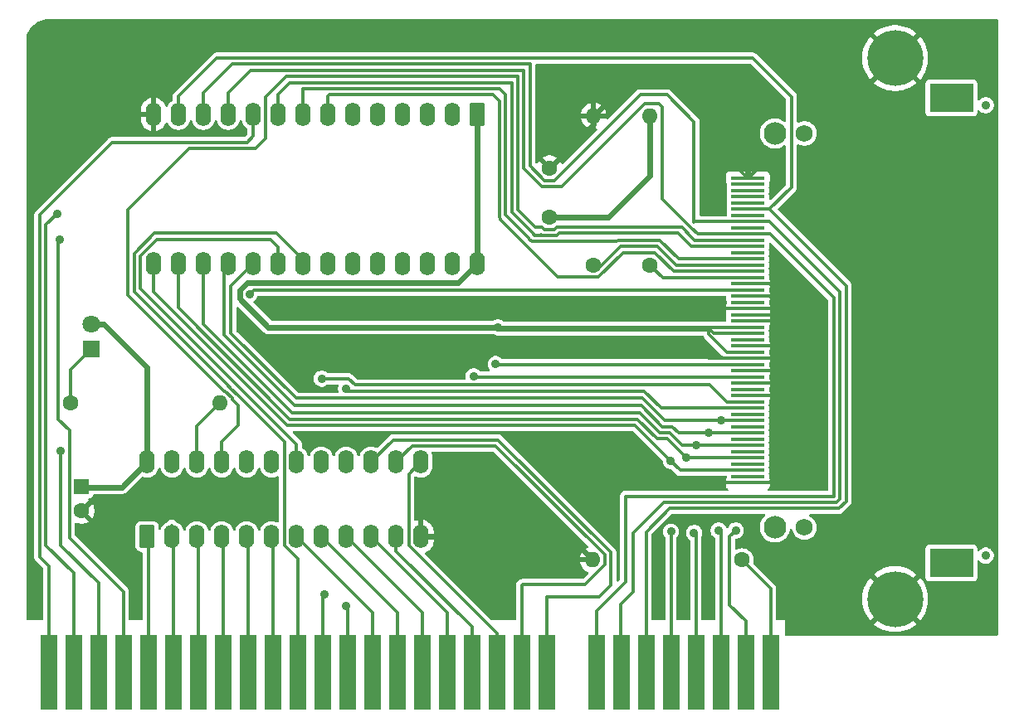
<source format=gtl>
%TF.GenerationSoftware,KiCad,Pcbnew,9.0.0*%
%TF.CreationDate,2025-03-26T11:16:54+02:00*%
%TF.ProjectId,xt-cf,78742d63-662e-46b6-9963-61645f706362,rev?*%
%TF.SameCoordinates,Original*%
%TF.FileFunction,Copper,L1,Top*%
%TF.FilePolarity,Positive*%
%FSLAX46Y46*%
G04 Gerber Fmt 4.6, Leading zero omitted, Abs format (unit mm)*
G04 Created by KiCad (PCBNEW 9.0.0) date 2025-03-26 11:16:54*
%MOMM*%
%LPD*%
G01*
G04 APERTURE LIST*
G04 Aperture macros list*
%AMRoundRect*
0 Rectangle with rounded corners*
0 $1 Rounding radius*
0 $2 $3 $4 $5 $6 $7 $8 $9 X,Y pos of 4 corners*
0 Add a 4 corners polygon primitive as box body*
4,1,4,$2,$3,$4,$5,$6,$7,$8,$9,$2,$3,0*
0 Add four circle primitives for the rounded corners*
1,1,$1+$1,$2,$3*
1,1,$1+$1,$4,$5*
1,1,$1+$1,$6,$7*
1,1,$1+$1,$8,$9*
0 Add four rect primitives between the rounded corners*
20,1,$1+$1,$2,$3,$4,$5,0*
20,1,$1+$1,$4,$5,$6,$7,0*
20,1,$1+$1,$6,$7,$8,$9,0*
20,1,$1+$1,$8,$9,$2,$3,0*%
G04 Aperture macros list end*
%TA.AperFunction,ComponentPad*%
%ADD10RoundRect,0.250000X0.550000X-0.950000X0.550000X0.950000X-0.550000X0.950000X-0.550000X-0.950000X0*%
%TD*%
%TA.AperFunction,ComponentPad*%
%ADD11O,1.600000X2.400000*%
%TD*%
%TA.AperFunction,ComponentPad*%
%ADD12C,1.600000*%
%TD*%
%TA.AperFunction,ConnectorPad*%
%ADD13R,1.778000X7.620000*%
%TD*%
%TA.AperFunction,ComponentPad*%
%ADD14O,1.600000X1.600000*%
%TD*%
%TA.AperFunction,ComponentPad*%
%ADD15R,1.800000X1.800000*%
%TD*%
%TA.AperFunction,ComponentPad*%
%ADD16C,1.800000*%
%TD*%
%TA.AperFunction,ComponentPad*%
%ADD17RoundRect,0.250000X-0.550000X0.950000X-0.550000X-0.950000X0.550000X-0.950000X0.550000X0.950000X0*%
%TD*%
%TA.AperFunction,SMDPad,CuDef*%
%ADD18R,4.500880X2.999740*%
%TD*%
%TA.AperFunction,ComponentPad*%
%ADD19C,0.899160*%
%TD*%
%TA.AperFunction,ComponentPad*%
%ADD20C,2.301240*%
%TD*%
%TA.AperFunction,ComponentPad*%
%ADD21C,1.750060*%
%TD*%
%TA.AperFunction,SMDPad,CuDef*%
%ADD22R,3.500120X0.381000*%
%TD*%
%TA.AperFunction,ComponentPad*%
%ADD23R,1.600000X1.600000*%
%TD*%
%TA.AperFunction,ComponentPad*%
%ADD24C,5.700000*%
%TD*%
%TA.AperFunction,ViaPad*%
%ADD25C,0.889000*%
%TD*%
%TA.AperFunction,Conductor*%
%ADD26C,0.368300*%
%TD*%
%TA.AperFunction,Conductor*%
%ADD27C,0.632460*%
%TD*%
G04 APERTURE END LIST*
D10*
%TO.P,U1,1,I1*%
%TO.N,/A4*%
X114180000Y-116620000D03*
D11*
%TO.P,U1,2,I2*%
%TO.N,/A5*%
X116720000Y-116620000D03*
%TO.P,U1,3,I3*%
%TO.N,/A6*%
X119260000Y-116620000D03*
%TO.P,U1,4,I4*%
%TO.N,/A7*%
X121800000Y-116620000D03*
%TO.P,U1,5,I5*%
%TO.N,/A8*%
X124340000Y-116620000D03*
%TO.P,U1,6,I6*%
%TO.N,/A9*%
X126880000Y-116620000D03*
%TO.P,U1,7,I7*%
%TO.N,/A13*%
X129420000Y-116620000D03*
%TO.P,U1,8,I8*%
%TO.N,/A14*%
X131960000Y-116620000D03*
%TO.P,U1,9,I9*%
%TO.N,/A15*%
X134500000Y-116620000D03*
%TO.P,U1,10,I10*%
%TO.N,/A16*%
X137040000Y-116620000D03*
%TO.P,U1,11,I11*%
%TO.N,/A17*%
X139580000Y-116620000D03*
%TO.P,U1,12,GND*%
%TO.N,GND*%
X142120000Y-116620000D03*
%TO.P,U1,13,I13*%
%TO.N,/A18*%
X142120000Y-109000000D03*
%TO.P,U1,14,I14*%
%TO.N,/A19*%
X139580000Y-109000000D03*
%TO.P,U1,15,IO15*%
%TO.N,/AEN*%
X137040000Y-109000000D03*
%TO.P,U1,16,IO16*%
%TO.N,/~{CF_CS0}*%
X134500000Y-109000000D03*
%TO.P,U1,17,IO17*%
%TO.N,/~{CF_CS1}*%
X131960000Y-109000000D03*
%TO.P,U1,18,IO18*%
%TO.N,/~{ROM_CS}*%
X129420000Y-109000000D03*
%TO.P,U1,19,IO19*%
%TO.N,/ROM_HI*%
X126880000Y-109000000D03*
%TO.P,U1,20,I020*%
%TO.N,/~{CF_RESET}*%
X124340000Y-109000000D03*
%TO.P,U1,21,IO21*%
%TO.N,/~{CF_DASP}*%
X121800000Y-109000000D03*
%TO.P,U1,22,IO22*%
%TO.N,Net-(U1-IO22)*%
X119260000Y-109000000D03*
%TO.P,U1,23,I23*%
%TO.N,/RESETDRV*%
X116720000Y-109000000D03*
%TO.P,U1,24,VCC*%
%TO.N,VCC*%
X114180000Y-109000000D03*
%TD*%
D12*
%TO.P,C1,1*%
%TO.N,VCC*%
X155250000Y-84000000D03*
%TO.P,C1,2*%
%TO.N,GND*%
X155250000Y-79000000D03*
%TD*%
D13*
%TO.P,BUS1,33,SD7*%
%TO.N,/D7*%
X177800000Y-130492500D03*
%TO.P,BUS1,34,SD6*%
%TO.N,/D6*%
X175260000Y-130492500D03*
%TO.P,BUS1,35,SD5*%
%TO.N,/D5*%
X172720000Y-130492500D03*
%TO.P,BUS1,36,SD4*%
%TO.N,/D4*%
X170180000Y-130492500D03*
%TO.P,BUS1,37,SD3*%
%TO.N,/D3*%
X167640000Y-130492500D03*
%TO.P,BUS1,38,SD2*%
%TO.N,/D2*%
X165100000Y-130492500D03*
%TO.P,BUS1,39,SD1*%
%TO.N,/D1*%
X162560000Y-130492500D03*
%TO.P,BUS1,40,SD0*%
%TO.N,/D0*%
X160020000Y-130492500D03*
%TO.P,BUS1,42,AEN*%
%TO.N,/AEN*%
X154940000Y-130492500D03*
%TO.P,BUS1,43,SA19*%
%TO.N,/A19*%
X152400000Y-130492500D03*
%TO.P,BUS1,44,SA18*%
%TO.N,/A18*%
X149860000Y-130492500D03*
%TO.P,BUS1,45,SA17*%
%TO.N,/A17*%
X147320000Y-130492500D03*
%TO.P,BUS1,46,SA16*%
%TO.N,/A16*%
X144780000Y-130492500D03*
%TO.P,BUS1,47,SA15*%
%TO.N,/A15*%
X142240000Y-130492500D03*
%TO.P,BUS1,48,SA14*%
%TO.N,/A14*%
X139700000Y-130492500D03*
%TO.P,BUS1,49,SA13*%
%TO.N,/A13*%
X137160000Y-130492500D03*
%TO.P,BUS1,50,SA12*%
%TO.N,/A12*%
X134620000Y-130492500D03*
%TO.P,BUS1,51,SA11*%
%TO.N,/A11*%
X132080000Y-130492500D03*
%TO.P,BUS1,52,SA10*%
%TO.N,/A10*%
X129540000Y-130492500D03*
%TO.P,BUS1,53,SA9*%
%TO.N,/A9*%
X127000000Y-130492500D03*
%TO.P,BUS1,54,SA8*%
%TO.N,/A8*%
X124460000Y-130492500D03*
%TO.P,BUS1,55,SA7*%
%TO.N,/A7*%
X121920000Y-130492500D03*
%TO.P,BUS1,56,SA6*%
%TO.N,/A6*%
X119380000Y-130492500D03*
%TO.P,BUS1,57,SA5*%
%TO.N,/A5*%
X116840000Y-130492500D03*
%TO.P,BUS1,58,SA4*%
%TO.N,/A4*%
X114300000Y-130492500D03*
%TO.P,BUS1,59,SA3*%
%TO.N,/A3*%
X111760000Y-130492500D03*
%TO.P,BUS1,60,SA2*%
%TO.N,/A2*%
X109220000Y-130492500D03*
%TO.P,BUS1,61,SA1*%
%TO.N,/A1*%
X106680000Y-130492500D03*
%TO.P,BUS1,62,SA0*%
%TO.N,/A0*%
X104140000Y-130492500D03*
%TD*%
D12*
%TO.P,R1,1*%
%TO.N,Net-(D1-K)*%
X106380000Y-103000000D03*
D14*
%TO.P,R1,2*%
%TO.N,Net-(U1-IO22)*%
X121620000Y-103000000D03*
%TD*%
D12*
%TO.P,R3,1*%
%TO.N,/CF_IORDY*%
X165500000Y-88870000D03*
D14*
%TO.P,R3,2*%
%TO.N,VCC*%
X165500000Y-73630000D03*
%TD*%
D12*
%TO.P,R4,1*%
%TO.N,/CF_DMARQ*%
X159750000Y-88870000D03*
D14*
%TO.P,R4,2*%
%TO.N,GND*%
X159750000Y-73630000D03*
%TD*%
D15*
%TO.P,D1,1,K*%
%TO.N,Net-(D1-K)*%
X108500000Y-97500000D03*
D16*
%TO.P,D1,2,A*%
%TO.N,VCC*%
X108500000Y-94960000D03*
%TD*%
D17*
%TO.P,U2,1,VPP*%
%TO.N,VCC*%
X147870000Y-73510000D03*
D11*
%TO.P,U2,2,A12*%
%TO.N,/A12*%
X145330000Y-73510000D03*
%TO.P,U2,3,A7*%
%TO.N,/A7*%
X142790000Y-73510000D03*
%TO.P,U2,4,A6*%
%TO.N,/A6*%
X140250000Y-73510000D03*
%TO.P,U2,5,A5*%
%TO.N,/A5*%
X137710000Y-73510000D03*
%TO.P,U2,6,A4*%
%TO.N,/A4*%
X135170000Y-73510000D03*
%TO.P,U2,7,A3*%
%TO.N,/A3*%
X132630000Y-73510000D03*
%TO.P,U2,8,A2*%
%TO.N,/A2*%
X130090000Y-73510000D03*
%TO.P,U2,9,A1*%
%TO.N,/A1*%
X127550000Y-73510000D03*
%TO.P,U2,10,A0*%
%TO.N,/A0*%
X125010000Y-73510000D03*
%TO.P,U2,11,D0*%
%TO.N,/D0*%
X122470000Y-73510000D03*
%TO.P,U2,12,D1*%
%TO.N,/D1*%
X119930000Y-73510000D03*
%TO.P,U2,13,D2*%
%TO.N,/D2*%
X117390000Y-73510000D03*
%TO.P,U2,14,GND*%
%TO.N,GND*%
X114850000Y-73510000D03*
%TO.P,U2,15,D3*%
%TO.N,/D3*%
X114850000Y-88750000D03*
%TO.P,U2,16,D4*%
%TO.N,/D4*%
X117390000Y-88750000D03*
%TO.P,U2,17,D5*%
%TO.N,/D5*%
X119930000Y-88750000D03*
%TO.P,U2,18,D6*%
%TO.N,/D6*%
X122470000Y-88750000D03*
%TO.P,U2,19,D7*%
%TO.N,/D7*%
X125010000Y-88750000D03*
%TO.P,U2,20,~{CE}*%
%TO.N,/~{ROM_CS}*%
X127550000Y-88750000D03*
%TO.P,U2,21,A10*%
%TO.N,/A10*%
X130090000Y-88750000D03*
%TO.P,U2,22,~{OE}*%
%TO.N,/~{MEMR}*%
X132630000Y-88750000D03*
%TO.P,U2,23,A11*%
%TO.N,/A11*%
X135170000Y-88750000D03*
%TO.P,U2,24,A9*%
%TO.N,/A9*%
X137710000Y-88750000D03*
%TO.P,U2,25,A8*%
%TO.N,/A8*%
X140250000Y-88750000D03*
%TO.P,U2,26,A13*%
%TO.N,/ROM_HI*%
X142790000Y-88750000D03*
%TO.P,U2,27,~{PGM}*%
%TO.N,VCC*%
X145330000Y-88750000D03*
%TO.P,U2,28,VCC*%
X147870000Y-88750000D03*
%TD*%
D18*
%TO.P,P1,*%
%TO.N,*%
X196250040Y-119316500D03*
D19*
X199747620Y-118567200D03*
D20*
X178249060Y-115687540D03*
D21*
X181248800Y-115687540D03*
D20*
X178249060Y-75447460D03*
D21*
X181248800Y-75447460D03*
D19*
X199747620Y-72567800D03*
D18*
X196250040Y-71818500D03*
D22*
%TO.P,P1,1,GND*%
%TO.N,GND*%
X175498240Y-111125000D03*
%TO.P,P1,2,D3*%
%TO.N,/D3*%
X175498240Y-109855000D03*
%TO.P,P1,3,D4*%
%TO.N,/D4*%
X175498240Y-108585000D03*
%TO.P,P1,4,D5*%
%TO.N,/D5*%
X175498240Y-107315000D03*
%TO.P,P1,5,D6*%
%TO.N,/D6*%
X175498240Y-106045000D03*
%TO.P,P1,6,D7*%
%TO.N,/D7*%
X175498240Y-104775000D03*
%TO.P,P1,7,~{CS0}*%
%TO.N,/~{CF_CS0}*%
X175498240Y-103505000D03*
%TO.P,P1,8,A10*%
%TO.N,GND*%
X175498240Y-102235000D03*
%TO.P,P1,9,~{ATASEL}*%
X175498240Y-100965000D03*
%TO.P,P1,10,A9*%
X175498240Y-99695000D03*
%TO.P,P1,11,A8*%
X175498240Y-98425000D03*
%TO.P,P1,12,A7*%
X175498240Y-97155000D03*
%TO.P,P1,13,VCC*%
%TO.N,VCC*%
X175498240Y-95885000D03*
%TO.P,P1,14,A6*%
%TO.N,GND*%
X175498240Y-94615000D03*
%TO.P,P1,15,A5*%
X175498240Y-93345000D03*
%TO.P,P1,16,A4*%
X175498240Y-92075000D03*
%TO.P,P1,17,A3*%
X175498240Y-90805000D03*
%TO.P,P1,18,A2*%
%TO.N,/A3*%
X175498240Y-89535000D03*
%TO.P,P1,19,A1*%
%TO.N,/A2*%
X175498240Y-88265000D03*
%TO.P,P1,20,A0*%
%TO.N,/A1*%
X175498240Y-86995000D03*
%TO.P,P1,21,D0*%
%TO.N,/D0*%
X175498240Y-85725000D03*
%TO.P,P1,22,D1*%
%TO.N,/D1*%
X175498240Y-84455000D03*
%TO.P,P1,23,D2*%
%TO.N,/D2*%
X175498240Y-83185000D03*
%TO.P,P1,24,~{IOCS16}*%
%TO.N,unconnected-(P1-~{IOCS16}-Pad24)*%
X175498240Y-81915000D03*
%TO.P,P1,25,~{CD2}*%
%TO.N,unconnected-(P1-~{CD2}-Pad25)*%
X175498240Y-80645000D03*
%TO.P,P1,26,~{CD1}*%
%TO.N,unconnected-(P1-~{CD1}-Pad26)*%
X175498240Y-110490000D03*
%TO.P,P1,27,D11*%
%TO.N,unconnected-(P1-D11-Pad27)*%
X175498240Y-109220000D03*
%TO.P,P1,28,D12*%
%TO.N,unconnected-(P1-D12-Pad28)*%
X175498240Y-107950000D03*
%TO.P,P1,29,D13*%
%TO.N,unconnected-(P1-D13-Pad29)*%
X175498240Y-106680000D03*
%TO.P,P1,30,D14*%
%TO.N,unconnected-(P1-D14-Pad30)*%
X175498240Y-105410000D03*
%TO.P,P1,31,D15*%
%TO.N,unconnected-(P1-D15-Pad31)*%
X175498240Y-104140000D03*
%TO.P,P1,32,~{CS1}*%
%TO.N,/~{CF_CS1}*%
X175498240Y-102870000D03*
%TO.P,P1,33,~{VS1}*%
%TO.N,unconnected-(P1-~{VS1}-Pad33)*%
X175498240Y-101600000D03*
%TO.P,P1,34,~{IORD}*%
%TO.N,/~{IOR}*%
X175498240Y-100330000D03*
%TO.P,P1,35,~{IOWR}*%
%TO.N,/~{IOW}*%
X175498240Y-99060000D03*
%TO.P,P1,36,~{WE}*%
%TO.N,VCC*%
X175498240Y-97790000D03*
%TO.P,P1,37,INTRQ*%
%TO.N,unconnected-(P1-INTRQ-Pad37)*%
X175498240Y-96520000D03*
%TO.P,P1,38,VCC*%
%TO.N,VCC*%
X175498240Y-95250000D03*
%TO.P,P1,39,~{CSEL}*%
%TO.N,GND*%
X175498240Y-93980000D03*
%TO.P,P1,40,~{VS2}*%
%TO.N,unconnected-(P1-~{VS2}-Pad40)*%
X175498240Y-92710000D03*
%TO.P,P1,41,~{RESET}*%
%TO.N,/~{CF_RESET}*%
X175498240Y-91440000D03*
%TO.P,P1,42,IORDY*%
%TO.N,/CF_IORDY*%
X175498240Y-90170000D03*
%TO.P,P1,43,~{INPACK}*%
%TO.N,/CF_DMARQ*%
X175498240Y-88900000D03*
%TO.P,P1,44,~{REG}*%
%TO.N,VCC*%
X175498240Y-87630000D03*
%TO.P,P1,45,~{DASP}*%
%TO.N,/~{CF_DASP}*%
X175498240Y-86360000D03*
%TO.P,P1,46,~{PDIAG}*%
%TO.N,unconnected-(P1-~{PDIAG}-Pad46)*%
X175498240Y-85090000D03*
%TO.P,P1,47,D8*%
%TO.N,unconnected-(P1-D8-Pad47)*%
X175498240Y-83820000D03*
%TO.P,P1,48,D9*%
%TO.N,unconnected-(P1-D9-Pad48)*%
X175498240Y-82550000D03*
%TO.P,P1,49,D10*%
%TO.N,unconnected-(P1-D10-Pad49)*%
X175498240Y-81280000D03*
%TO.P,P1,50,GND*%
%TO.N,GND*%
X175498240Y-80010000D03*
%TD*%
D12*
%TO.P,R2,1*%
%TO.N,/D7*%
X174870000Y-119000000D03*
D14*
%TO.P,R2,2*%
%TO.N,GND*%
X159630000Y-119000000D03*
%TD*%
D23*
%TO.P,C2,1*%
%TO.N,VCC*%
X107500000Y-111500000D03*
D12*
%TO.P,C2,2*%
%TO.N,GND*%
X107500000Y-114000000D03*
%TD*%
D24*
%TO.P,H2,1,1*%
%TO.N,GND*%
X190500000Y-123000000D03*
%TD*%
%TO.P,H1,1,1*%
%TO.N,GND*%
X190500000Y-67750000D03*
%TD*%
D25*
%TO.N,/A1*%
X105022650Y-83629297D03*
%TO.N,/A11*%
X132250000Y-122500000D03*
%TO.N,/A12*%
X134500000Y-123750000D03*
%TO.N,/A2*%
X105386600Y-107863400D03*
%TO.N,/A3*%
X105250000Y-86250000D03*
%TO.N,/D3*%
X167640000Y-116110000D03*
X167612040Y-108887960D03*
%TO.N,/D4*%
X170000000Y-116250000D03*
X169223279Y-108585000D03*
%TO.N,/D5*%
X170250000Y-107250000D03*
X172500000Y-116000000D03*
%TO.N,/D6*%
X171500000Y-106000000D03*
X174250000Y-116000000D03*
%TO.N,/D7*%
X172750000Y-104775000D03*
%TO.N,/~{CF_CS0}*%
X134500000Y-101500000D03*
%TO.N,/~{CF_CS1}*%
X132000000Y-100500000D03*
%TO.N,/~{CF_RESET}*%
X124625000Y-91875000D03*
%TO.N,/~{IOR}*%
X147500000Y-100250000D03*
%TO.N,/~{IOW}*%
X149750000Y-99000000D03*
%TO.N,GND*%
X179095393Y-104404607D03*
%TO.N,VCC*%
X150000000Y-95250000D03*
%TD*%
D26*
%TO.N,/A0*%
X125010000Y-75740000D02*
X124373300Y-76376700D01*
X125010000Y-73510000D02*
X125010000Y-75740000D01*
X104140000Y-119640000D02*
X104140000Y-130492500D01*
X103250000Y-118750000D02*
X104140000Y-119640000D01*
X124373300Y-76376700D02*
X110623300Y-76376700D01*
X110623300Y-76376700D02*
X103250000Y-83750000D01*
X103250000Y-83750000D02*
X103250000Y-118750000D01*
%TO.N,/A1*%
X175498240Y-86995000D02*
X169745000Y-86995000D01*
X154478547Y-85862450D02*
X154478548Y-85862450D01*
X106680000Y-120306700D02*
X103873300Y-117500000D01*
X103873300Y-117500000D02*
X103873300Y-84778647D01*
X168373300Y-85623300D02*
X156260602Y-85623300D01*
X106680000Y-130492500D02*
X106680000Y-120306700D01*
X153741820Y-85873300D02*
X153491820Y-85623300D01*
X156021452Y-85862450D02*
X155505093Y-85862450D01*
X151380100Y-83511579D02*
X151380100Y-70250000D01*
X153491820Y-85623300D02*
X151380100Y-83511579D01*
X151380100Y-83511579D02*
X151380100Y-83511580D01*
X127550000Y-71450000D02*
X127550000Y-73510000D01*
X156021452Y-85862450D02*
X156021453Y-85862450D01*
X154373789Y-85757691D02*
X154258180Y-85873300D01*
X153741820Y-85873300D02*
X153741821Y-85873300D01*
X156260602Y-85623300D02*
X156021452Y-85862450D01*
X169745000Y-86995000D02*
X168373300Y-85623300D01*
X151380100Y-70250000D02*
X128750000Y-70250000D01*
X155505093Y-85862450D02*
X154994907Y-85862450D01*
X154258180Y-85873300D02*
X153741820Y-85873300D01*
X154478547Y-85862450D02*
X154373789Y-85757691D01*
X103873300Y-84778647D02*
X105022650Y-83629297D01*
X128750000Y-70250000D02*
X127550000Y-71450000D01*
X154994907Y-85862450D02*
X154478547Y-85862450D01*
%TO.N,/A10*%
X127366700Y-85626700D02*
X114939397Y-85626700D01*
X123482450Y-102228547D02*
X122756573Y-101502671D01*
X114939397Y-85626700D02*
X112875000Y-87691097D01*
X112875000Y-91625000D02*
X122387550Y-101137550D01*
X122756573Y-101502671D02*
X122391452Y-101137550D01*
X130090000Y-88750000D02*
X130090000Y-88350000D01*
X128180850Y-117533273D02*
X128180850Y-106930850D01*
X128180850Y-106930850D02*
X123482450Y-102232450D01*
X122387550Y-101137550D02*
X122391452Y-101137550D01*
X130090000Y-88350000D02*
X127366700Y-85626700D01*
X122391452Y-101137550D02*
X122391453Y-101137550D01*
X123482450Y-102228548D02*
X123482450Y-102228547D01*
X112875000Y-87691097D02*
X112875000Y-91625000D01*
X129540000Y-130492500D02*
X129540000Y-118892423D01*
X129540000Y-118892423D02*
X128180850Y-117533273D01*
X123482450Y-102232450D02*
X123482450Y-102228548D01*
%TO.N,/A11*%
X132080000Y-122670000D02*
X132250000Y-122500000D01*
X132080000Y-130492500D02*
X132080000Y-122670000D01*
%TO.N,/A12*%
X134620000Y-130492500D02*
X134620000Y-123870000D01*
X134620000Y-123870000D02*
X134500000Y-123750000D01*
%TO.N,/A13*%
X137160000Y-124360000D02*
X137160000Y-130492500D01*
X129420000Y-116620000D02*
X137160000Y-124360000D01*
%TO.N,/A14*%
X131960000Y-116620000D02*
X139700000Y-124360000D01*
X139700000Y-124360000D02*
X139700000Y-130492500D01*
%TO.N,/A15*%
X142240000Y-124360000D02*
X142240000Y-130492500D01*
X134500000Y-116620000D02*
X142240000Y-124360000D01*
%TO.N,/A16*%
X137040000Y-116620000D02*
X144780000Y-124360000D01*
X144780000Y-124360000D02*
X144780000Y-130492500D01*
%TO.N,/A17*%
X147320000Y-125820000D02*
X147320000Y-130492500D01*
X139580000Y-116620000D02*
X139580000Y-118080000D01*
X139580000Y-118080000D02*
X147320000Y-125820000D01*
%TO.N,/A18*%
X140880850Y-117533273D02*
X149860000Y-126512423D01*
X140880850Y-110239150D02*
X140880850Y-117533273D01*
X142120000Y-109000000D02*
X140880850Y-110239150D01*
X149860000Y-126512423D02*
X149860000Y-130492500D01*
%TO.N,/A19*%
X152400000Y-121600000D02*
X152400000Y-130492500D01*
X152500000Y-121500000D02*
X152400000Y-121600000D01*
X141219150Y-107360850D02*
X149743273Y-107360850D01*
X149743273Y-107360850D02*
X160869150Y-118486727D01*
X158882423Y-121500000D02*
X152500000Y-121500000D01*
X160869150Y-119513273D02*
X158882423Y-121500000D01*
X139580000Y-109000000D02*
X141219150Y-107360850D01*
X160869150Y-118486727D02*
X160869150Y-119513273D01*
%TO.N,/A2*%
X166522083Y-86376699D02*
X162232764Y-86376699D01*
X175498240Y-88265000D02*
X168410384Y-88265000D01*
X153233640Y-86246600D02*
X153483640Y-86496600D01*
X105386600Y-107863400D02*
X105386600Y-117500000D01*
X150756800Y-83253400D02*
X150756800Y-83253399D01*
X162232764Y-86376699D02*
X162112863Y-86496600D01*
X154516359Y-86496600D02*
X154000000Y-86496601D01*
X152166149Y-85179109D02*
X152868520Y-85881480D01*
X152868520Y-85881480D02*
X153118519Y-86131479D01*
X168410384Y-88265000D02*
X166522083Y-86376699D01*
X151121921Y-84134880D02*
X151121921Y-84134879D01*
X153483640Y-86496600D02*
X153483641Y-86496600D01*
X153483641Y-86496600D02*
X153483640Y-86496601D01*
X109220000Y-130492500D02*
X109220000Y-121333400D01*
X130090000Y-73510000D02*
X130090000Y-70873300D01*
X153118519Y-86131479D02*
X153118519Y-86131480D01*
X150756800Y-83769759D02*
X151121921Y-84134880D01*
X153118519Y-86131480D02*
X153233640Y-86246600D01*
X153483640Y-86496601D02*
X154000000Y-86496601D01*
X150756800Y-83253400D02*
X150756800Y-83769759D01*
X150756800Y-71506800D02*
X150756800Y-83253400D01*
X150756800Y-83769759D02*
X150756800Y-83769758D01*
X154000000Y-86496601D02*
X154000000Y-86496600D01*
X109220000Y-121333400D02*
X105386600Y-117500000D01*
X130090000Y-70873300D02*
X150123300Y-70873300D01*
X162112863Y-86496600D02*
X154516359Y-86496600D01*
X150123300Y-70873300D02*
X150756800Y-71506800D01*
X151121921Y-84134879D02*
X152166149Y-85179109D01*
%TO.N,/A3*%
X105140850Y-86359150D02*
X105250000Y-86250000D01*
X150250000Y-84250000D02*
X156109150Y-90109150D01*
X111760000Y-130492500D02*
X111760000Y-122260000D01*
X160263273Y-90109150D02*
X162749123Y-87623300D01*
X162749123Y-87623300D02*
X166005723Y-87623300D01*
X106270250Y-108229420D02*
X106270250Y-107497380D01*
X166005723Y-87623300D02*
X167917423Y-89535000D01*
X150133500Y-72133500D02*
X150133500Y-82995221D01*
X150133500Y-84027939D02*
X150133500Y-84027938D01*
X150250000Y-84144439D02*
X150250000Y-84144438D01*
X111760000Y-122260000D02*
X106250000Y-116750000D01*
X150133500Y-84027939D02*
X150250000Y-84144439D01*
X106250000Y-105750000D02*
X105140850Y-104640850D01*
X149496600Y-71496600D02*
X150133500Y-72133500D01*
X105140850Y-104640850D02*
X105140850Y-86359150D01*
X106250000Y-116750000D02*
X106250000Y-108249670D01*
X150133500Y-82995221D02*
X150133500Y-83511579D01*
X106250000Y-108249670D02*
X106270250Y-108229420D01*
X132753400Y-71496600D02*
X149496600Y-71496600D01*
X150250000Y-84144438D02*
X150250000Y-84250000D01*
X106250000Y-107477130D02*
X106250000Y-105750000D01*
X167917423Y-89535000D02*
X175498240Y-89535000D01*
X156109150Y-90109150D02*
X160263273Y-90109150D01*
X132630000Y-73510000D02*
X132630000Y-71620000D01*
X132630000Y-71620000D02*
X132753400Y-71496600D01*
X150133500Y-83511579D02*
X150133500Y-84027939D01*
X106270250Y-107497380D02*
X106250000Y-107477130D01*
%TO.N,/A4*%
X114300000Y-130492500D02*
X114300000Y-116740000D01*
X114300000Y-116740000D02*
X114180000Y-116620000D01*
%TO.N,/A5*%
X116840000Y-116740000D02*
X116720000Y-116620000D01*
X116720000Y-116620000D02*
X116720000Y-115470000D01*
X116840000Y-130492500D02*
X116840000Y-116740000D01*
%TO.N,/A6*%
X119380000Y-116740000D02*
X119260000Y-116620000D01*
X119380000Y-130492500D02*
X119380000Y-116740000D01*
%TO.N,/A7*%
X121920000Y-116740000D02*
X121800000Y-116620000D01*
X121920000Y-130492500D02*
X121920000Y-116740000D01*
%TO.N,/A8*%
X124460000Y-116740000D02*
X124340000Y-116620000D01*
X124460000Y-130492500D02*
X124460000Y-116740000D01*
%TO.N,/A9*%
X127000000Y-116740000D02*
X126880000Y-116620000D01*
X127000000Y-130492500D02*
X127000000Y-116740000D01*
%TO.N,/AEN*%
X139302450Y-106737550D02*
X150001453Y-106737550D01*
X150001453Y-106737550D02*
X161492450Y-118228548D01*
X155000000Y-122750000D02*
X155000000Y-123500000D01*
X161492450Y-118228548D02*
X161492450Y-121560050D01*
X137040000Y-109000000D02*
X139302450Y-106737550D01*
X154940000Y-123560000D02*
X154940000Y-130492500D01*
X160302500Y-122750000D02*
X155000000Y-122750000D01*
X161492450Y-121560050D02*
X160302500Y-122750000D01*
X155000000Y-123500000D02*
X154940000Y-123560000D01*
%TO.N,/CF_DMARQ*%
X173314380Y-88900000D02*
X175498240Y-88900000D01*
X159880000Y-89000000D02*
X160490943Y-89000000D01*
X173309030Y-88905350D02*
X173314380Y-88900000D01*
X173302680Y-88911700D02*
X173309030Y-88905350D01*
X166629023Y-87365121D02*
X168175603Y-88911700D01*
X159750000Y-88870000D02*
X159880000Y-89000000D01*
X162490944Y-87000000D02*
X163007303Y-87000000D01*
X168175603Y-88911700D02*
X173302680Y-88911700D01*
X166263903Y-87000000D02*
X166629023Y-87365121D01*
X162490944Y-87000000D02*
X162490943Y-87000000D01*
X165747543Y-87000000D02*
X166263902Y-87000000D01*
X163007303Y-87000000D02*
X165747543Y-87000000D01*
X160490943Y-89000000D02*
X162490944Y-87000000D01*
X166263903Y-87000000D02*
X166263902Y-87000000D01*
%TO.N,/CF_IORDY*%
X165500000Y-88870000D02*
X166800000Y-90170000D01*
X166800000Y-90170000D02*
X175498240Y-90170000D01*
%TO.N,/D0*%
X156021452Y-80862450D02*
X156515127Y-80862450D01*
X166750000Y-72750000D02*
X166750000Y-82131480D01*
X169376700Y-84758180D02*
X169741820Y-85123300D01*
X166390850Y-72390850D02*
X166750000Y-72750000D01*
X122470000Y-73510000D02*
X122470000Y-71280000D01*
X160020000Y-124230000D02*
X163000000Y-121250000D01*
X163000000Y-112500000D02*
X184250000Y-112500000D01*
X170343520Y-85725000D02*
X175498240Y-85725000D01*
X164986727Y-72390850D02*
X166390850Y-72390850D01*
X154994907Y-80862450D02*
X155505093Y-80862450D01*
X160020000Y-130492500D02*
X160020000Y-124230000D01*
X155505093Y-80862450D02*
X156021452Y-80862450D01*
X152626700Y-79010603D02*
X154478548Y-80862450D01*
X152626700Y-78494243D02*
X152626700Y-79010602D01*
X152626700Y-68996600D02*
X152626700Y-78494243D01*
X166750000Y-82131480D02*
X169376700Y-84758180D01*
X163000000Y-121250000D02*
X163000000Y-112500000D01*
X156515127Y-80862450D02*
X164986727Y-72390850D01*
X154478548Y-80862450D02*
X154994907Y-80862450D01*
X184250000Y-92250000D02*
X177725000Y-85725000D01*
X124753400Y-68996600D02*
X152626700Y-68996600D01*
X184250000Y-112500000D02*
X184250000Y-92250000D01*
X169741820Y-85123300D02*
X170343520Y-85725000D01*
X122470000Y-71280000D02*
X124753400Y-68996600D01*
X152626700Y-79010602D02*
X152626700Y-79010603D01*
X177725000Y-85725000D02*
X175498240Y-85725000D01*
X154478548Y-80862450D02*
X154478547Y-80862450D01*
%TO.N,/D1*%
X184873300Y-112241821D02*
X184873300Y-112758179D01*
X164502423Y-71500000D02*
X167250000Y-71500000D01*
X162500000Y-130432500D02*
X162560000Y-130492500D01*
X154736727Y-80239150D02*
X155763273Y-80239150D01*
X170000000Y-84500000D02*
X170045000Y-84455000D01*
X153250000Y-68373300D02*
X153250000Y-78752423D01*
X170045000Y-84455000D02*
X175498240Y-84455000D01*
X122876700Y-68373300D02*
X153250000Y-68373300D01*
X175498240Y-84455000D02*
X177682100Y-84455000D01*
X184873300Y-112758179D02*
X184631479Y-113000000D01*
X177682100Y-84455000D02*
X184873300Y-91646200D01*
X119930000Y-71320000D02*
X122876700Y-68373300D01*
X184873300Y-91991821D02*
X184873300Y-92508180D01*
X184508179Y-113123300D02*
X183991821Y-113123300D01*
X163750000Y-122250000D02*
X162500000Y-123500000D01*
X184873300Y-92508180D02*
X184873300Y-112241821D01*
X119930000Y-73510000D02*
X119930000Y-71320000D01*
X163750000Y-116250000D02*
X163750000Y-122250000D01*
X155763273Y-80239150D02*
X164502423Y-71500000D01*
X184873300Y-91646200D02*
X184873300Y-91991821D01*
X183991821Y-113123300D02*
X166876700Y-113123300D01*
X184631479Y-113000000D02*
X184508179Y-113123300D01*
X153250000Y-78752423D02*
X154736727Y-80239150D01*
X170000000Y-74250000D02*
X170000000Y-84500000D01*
X167250000Y-71500000D02*
X170000000Y-74250000D01*
X166876700Y-113123300D02*
X163750000Y-116250000D01*
X184873300Y-91991821D02*
X184873300Y-91991820D01*
X162500000Y-123500000D02*
X162500000Y-130432500D01*
%TO.N,/D2*%
X185496600Y-90999500D02*
X185496600Y-113016359D01*
X167503400Y-113746600D02*
X165100000Y-116150000D01*
X117390000Y-71610000D02*
X117390000Y-73510000D01*
X177682100Y-83185000D02*
X185496600Y-90999500D01*
X165100000Y-116150000D02*
X165100000Y-130492500D01*
X175498240Y-83185000D02*
X177682100Y-83185000D01*
X176000000Y-67750000D02*
X121250000Y-67750000D01*
X177682100Y-83185000D02*
X179934620Y-80932480D01*
X179934620Y-71684620D02*
X176000000Y-67750000D01*
X121250000Y-67750000D02*
X117390000Y-71610000D01*
X185496600Y-113016359D02*
X184766358Y-113746600D01*
X184766358Y-113746600D02*
X167503400Y-113746600D01*
X179934620Y-80932480D02*
X179934620Y-71684620D01*
%TO.N,/D3*%
X168487040Y-109762960D02*
X167612040Y-108887960D01*
X114850000Y-91600000D02*
X114850000Y-88750000D01*
X175498240Y-109855000D02*
X175492890Y-109849650D01*
X167612040Y-108887960D02*
X163974080Y-105250000D01*
X128500000Y-105250000D02*
X114850000Y-91600000D01*
X175498240Y-109855000D02*
X168579080Y-109855000D01*
X163974080Y-105250000D02*
X128500000Y-105250000D01*
X167640000Y-130492500D02*
X167640000Y-116110000D01*
X168579080Y-109855000D02*
X168487040Y-109762960D01*
%TO.N,/D4*%
X167283179Y-106644900D02*
X166250460Y-106644900D01*
X128754780Y-104623300D02*
X117390000Y-93258520D01*
X169223279Y-108585000D02*
X167283179Y-106644900D01*
X117390000Y-93258520D02*
X117390000Y-88750000D01*
X175498240Y-108585000D02*
X169223279Y-108585000D01*
X164232260Y-104626700D02*
X164228860Y-104623300D01*
X170180000Y-116430000D02*
X170000000Y-116250000D01*
X166250460Y-106644900D02*
X164232260Y-104626700D01*
X170180000Y-130492500D02*
X170180000Y-116430000D01*
X175498240Y-108585000D02*
X175492890Y-108579650D01*
X164228860Y-104623300D02*
X128754780Y-104623300D01*
%TO.N,/D5*%
X167025000Y-106021600D02*
X167025001Y-106021600D01*
X164487040Y-104000000D02*
X164487039Y-104000000D01*
X172720000Y-116220000D02*
X172500000Y-116000000D01*
X175492890Y-107309650D02*
X172745380Y-107309650D01*
X170250000Y-107250000D02*
X168769759Y-107250000D01*
X164487039Y-104000000D02*
X163970680Y-104000000D01*
X119930000Y-94917040D02*
X119930000Y-88750000D01*
X172745380Y-107309650D02*
X172685730Y-107250000D01*
X172685730Y-107250000D02*
X170250000Y-107250000D01*
X129012960Y-104000000D02*
X119930000Y-94917040D01*
X167541359Y-106021600D02*
X167025000Y-106021600D01*
X168769759Y-107250000D02*
X167541359Y-106021600D01*
X163970680Y-104000000D02*
X129012960Y-104000000D01*
X164855560Y-104368520D02*
X164490440Y-104003400D01*
X167025000Y-106021600D02*
X166508640Y-106021600D01*
X175498240Y-107315000D02*
X175492890Y-107309650D01*
X172720000Y-130492500D02*
X172720000Y-116220000D01*
X166508640Y-106021600D02*
X164855560Y-104368520D01*
X164490440Y-104003400D02*
X164487040Y-104000000D01*
%TO.N,/D6*%
X166766820Y-105398300D02*
X164618520Y-103250000D01*
X166766820Y-105398299D02*
X166766820Y-105398300D01*
X175260000Y-125260000D02*
X173630850Y-123630850D01*
X173630850Y-123630850D02*
X173630850Y-116619150D01*
X173630850Y-116619150D02*
X174250000Y-116000000D01*
X175260000Y-130492500D02*
X175260000Y-125260000D01*
X168401239Y-106000000D02*
X167799539Y-105398300D01*
X175498240Y-106045000D02*
X175492890Y-106039650D01*
X171500000Y-106000000D02*
X168401239Y-106000000D01*
X122000000Y-96000000D02*
X122000000Y-89220000D01*
X175492890Y-106039650D02*
X173309030Y-106039650D01*
X164618520Y-103250000D02*
X129250000Y-103250000D01*
X173309030Y-106000000D02*
X171500000Y-106000000D01*
X129250000Y-103250000D02*
X122000000Y-96000000D01*
X167799539Y-105398300D02*
X166766820Y-105398299D01*
X122000000Y-89220000D02*
X122470000Y-88750000D01*
X173309030Y-106039650D02*
X173309030Y-106000000D01*
%TO.N,/D7*%
X122750000Y-91010000D02*
X122750000Y-95868520D01*
X129381480Y-102500000D02*
X164750000Y-102500000D01*
X168057718Y-104775000D02*
X172750000Y-104775000D01*
X167024999Y-104774999D02*
X168057718Y-104775000D01*
X164750000Y-102500000D02*
X165241820Y-102991821D01*
X172750000Y-104775000D02*
X175498240Y-104775000D01*
X177800000Y-130492500D02*
X177800000Y-121930000D01*
X125010000Y-88750000D02*
X122750000Y-91010000D01*
X122750000Y-95868520D02*
X129381480Y-102500000D01*
X165241820Y-102991821D02*
X167024999Y-104774999D01*
X177800000Y-121930000D02*
X174870000Y-119000000D01*
%TO.N,/~{CF_CS0}*%
X175498240Y-103505000D02*
X166636480Y-103505000D01*
X166636480Y-103505000D02*
X164888430Y-101756950D01*
X164888430Y-101756950D02*
X134756950Y-101756950D01*
X134756950Y-101756950D02*
X134500000Y-101500000D01*
%TO.N,/~{CF_CS1}*%
X134749670Y-100500000D02*
X132000000Y-100500000D01*
X173314380Y-102870000D02*
X171578030Y-101133650D01*
X171578030Y-101133650D02*
X135383320Y-101133650D01*
X135383320Y-101133650D02*
X134749670Y-100500000D01*
X175498240Y-102870000D02*
X173314380Y-102870000D01*
%TO.N,/~{CF_DASP}*%
X128376700Y-69619900D02*
X126250000Y-71746600D01*
X170085341Y-86348300D02*
X170085340Y-86348300D01*
X152003400Y-78752422D02*
X152003400Y-78236064D01*
X123500000Y-103250000D02*
X123500000Y-105250000D01*
X152003400Y-78236064D02*
X152003400Y-69619900D01*
X170085341Y-86348300D02*
X170601700Y-86348300D01*
X126250000Y-71746600D02*
X126250000Y-76000000D01*
X168737040Y-85000000D02*
X156002423Y-85000000D01*
X123500000Y-105250000D02*
X121800000Y-106950000D01*
X173309030Y-86348300D02*
X173309030Y-86354650D01*
X155763273Y-85239150D02*
X154736727Y-85239150D01*
X168753400Y-85016360D02*
X168737040Y-85000000D01*
X169483640Y-85746600D02*
X169118520Y-85381480D01*
X125250000Y-77000000D02*
X118487040Y-77000000D01*
X152003400Y-83253400D02*
X152003400Y-79268781D01*
X122010850Y-101760850D02*
X122133273Y-101760850D01*
X153750000Y-85000000D02*
X152003400Y-83253400D01*
X170085340Y-86348300D02*
X169483640Y-85746600D01*
X156002423Y-85000000D02*
X155763273Y-85239150D01*
X126250000Y-76000000D02*
X125250000Y-77000000D01*
X169118520Y-85381480D02*
X168753400Y-85016360D01*
X122859150Y-102486727D02*
X122859150Y-102609150D01*
X112251700Y-92001700D02*
X122010850Y-101760850D01*
X122133273Y-101760850D02*
X122859150Y-102486727D01*
X122859150Y-102609150D02*
X123500000Y-103250000D01*
X152003400Y-79268781D02*
X152003400Y-79268782D01*
X121800000Y-106950000D02*
X121800000Y-109000000D01*
X170601700Y-86348300D02*
X173309030Y-86348300D01*
X154497577Y-85000000D02*
X153750000Y-85000000D01*
X152003400Y-69619900D02*
X128376700Y-69619900D01*
X154736727Y-85239150D02*
X154497577Y-85000000D01*
X112251700Y-83235340D02*
X112251700Y-92001700D01*
X175492890Y-86354650D02*
X175498240Y-86360000D01*
X173309030Y-86354650D02*
X175492890Y-86354650D01*
X118487040Y-77000000D02*
X112251700Y-83235340D01*
X152003400Y-79268781D02*
X152003400Y-78752422D01*
%TO.N,/~{CF_RESET}*%
X124625000Y-91875000D02*
X125060000Y-91440000D01*
X125060000Y-91440000D02*
X175498240Y-91440000D01*
%TO.N,/~{IOR}*%
X147580000Y-100330000D02*
X147500000Y-100250000D01*
X175498240Y-100330000D02*
X147580000Y-100330000D01*
%TO.N,/~{IOW}*%
X149810000Y-99060000D02*
X149750000Y-99000000D01*
X175498240Y-99060000D02*
X149810000Y-99060000D01*
%TO.N,/~{ROM_CS}*%
X127550000Y-88750000D02*
X127550000Y-87050000D01*
X129420000Y-107170000D02*
X129420000Y-109000000D01*
X127550000Y-87050000D02*
X126750000Y-86250000D01*
X113500000Y-91250000D02*
X129420000Y-107170000D01*
X126750000Y-86250000D02*
X115197577Y-86250000D01*
X113500000Y-87947577D02*
X113500000Y-91250000D01*
X115197577Y-86250000D02*
X113500000Y-87947577D01*
%TO.N,GND*%
X175498240Y-90805000D02*
X177682100Y-90805000D01*
X179095393Y-109711707D02*
X179095393Y-104404607D01*
X171511700Y-98425000D02*
X171500000Y-98436700D01*
D27*
X179095393Y-100750000D02*
X179095393Y-102000000D01*
X155250000Y-79000000D02*
X159750000Y-74500000D01*
X179095393Y-102000000D02*
X179095393Y-104404607D01*
D26*
X179095393Y-93750000D02*
X179095393Y-94750000D01*
D27*
X173500000Y-70250000D02*
X175500000Y-72250000D01*
D26*
X178952100Y-93345000D02*
X179095393Y-93488293D01*
D27*
X179095393Y-99750000D02*
X179095393Y-100750000D01*
X179095393Y-97250000D02*
X179095393Y-98250000D01*
X159750000Y-73630000D02*
X163130000Y-70250000D01*
X175498240Y-72251760D02*
X175498240Y-79883270D01*
D26*
X179095393Y-93488293D02*
X179095393Y-93750000D01*
X179095393Y-94750000D02*
X179095393Y-96017593D01*
X175498240Y-93980000D02*
X178865393Y-93980000D01*
D27*
X159750000Y-74500000D02*
X159750000Y-73630000D01*
D26*
X179095393Y-92218293D02*
X179095393Y-93488293D01*
X175498240Y-93345000D02*
X178952100Y-93345000D01*
D27*
X179095393Y-96017593D02*
X179095393Y-97250000D01*
D26*
X175498240Y-94615000D02*
X178960393Y-94615000D01*
D27*
X175500000Y-72250000D02*
X175498240Y-72251760D01*
D26*
X175498240Y-102235000D02*
X178860393Y-102235000D01*
X175498240Y-100965000D02*
X178880393Y-100965000D01*
X178865393Y-93980000D02*
X179095393Y-93750000D01*
D27*
X163130000Y-70250000D02*
X173500000Y-70250000D01*
D26*
X175498240Y-98425000D02*
X178920393Y-98425000D01*
X177682100Y-92075000D02*
X179095393Y-93488293D01*
X175498240Y-111125000D02*
X172125000Y-111125000D01*
X177682100Y-111125000D02*
X179095393Y-109711707D01*
X175498240Y-99695000D02*
X179040393Y-99695000D01*
X175498240Y-93345000D02*
X172405000Y-93345000D01*
D27*
X179095393Y-98250000D02*
X179095393Y-99750000D01*
D26*
X175498240Y-92075000D02*
X177682100Y-92075000D01*
X178860393Y-102235000D02*
X179095393Y-102000000D01*
X178880393Y-100965000D02*
X179095393Y-100750000D01*
X175498240Y-97155000D02*
X179000393Y-97155000D01*
X178960393Y-94615000D02*
X179095393Y-94750000D01*
X172125000Y-111125000D02*
X172000000Y-111250000D01*
X177682100Y-90805000D02*
X179095393Y-92218293D01*
X179040393Y-99695000D02*
X179095393Y-99750000D01*
X175498240Y-111125000D02*
X177682100Y-111125000D01*
X175498240Y-98425000D02*
X171511700Y-98425000D01*
D27*
X157250000Y-116620000D02*
X159630000Y-119000000D01*
D26*
X179000393Y-97155000D02*
X179095393Y-97250000D01*
D27*
X142120000Y-116620000D02*
X157250000Y-116620000D01*
D26*
X178920393Y-98425000D02*
X179095393Y-98250000D01*
%TO.N,Net-(D1-K)*%
X106380000Y-103000000D02*
X106380000Y-99620000D01*
X106380000Y-99620000D02*
X108500000Y-97500000D01*
%TO.N,VCC*%
X173314380Y-97790000D02*
X171500000Y-95975620D01*
D27*
X150126730Y-95376730D02*
X171500000Y-95376730D01*
X155250000Y-84000000D02*
X161250000Y-84000000D01*
D26*
X175498240Y-97790000D02*
X173314380Y-97790000D01*
D27*
X114180000Y-99367208D02*
X114180000Y-109000000D01*
X165500000Y-79750000D02*
X165500000Y-73630000D01*
X145935380Y-90684620D02*
X124378920Y-90684620D01*
D26*
X171500000Y-95975620D02*
X171500000Y-95376730D01*
D27*
X123609270Y-92295730D02*
X126563540Y-95250000D01*
D26*
X175498240Y-95885000D02*
X172008270Y-95885000D01*
D27*
X107500000Y-111567600D02*
X111612400Y-111567600D01*
X123609270Y-91454270D02*
X123609270Y-92295730D01*
X109772792Y-94960000D02*
X114180000Y-99367208D01*
X108500000Y-94960000D02*
X109772792Y-94960000D01*
X111612400Y-111567600D02*
X114180000Y-109000000D01*
X150000000Y-95250000D02*
X150126730Y-95376730D01*
X147870000Y-88750000D02*
X145935380Y-90684620D01*
D26*
X172008270Y-95885000D02*
X171500000Y-95376730D01*
D27*
X147870000Y-88750000D02*
X147870000Y-73510000D01*
D26*
X175498240Y-95250000D02*
X171626730Y-95250000D01*
D27*
X126563540Y-95250000D02*
X150000000Y-95250000D01*
D26*
X171626730Y-95250000D02*
X171500000Y-95376730D01*
D27*
X124378920Y-90684620D02*
X123609270Y-91454270D01*
X161250000Y-84000000D02*
X165500000Y-79750000D01*
D26*
%TO.N,Net-(U1-IO22)*%
X119260000Y-105360000D02*
X121620000Y-103000000D01*
X119260000Y-109000000D02*
X119260000Y-105360000D01*
%TD*%
%TA.AperFunction,Conductor*%
%TO.N,GND*%
G36*
X200941621Y-63770502D02*
G01*
X200988114Y-63824158D01*
X200999500Y-63876500D01*
X200999500Y-126623500D01*
X200979498Y-126691621D01*
X200925842Y-126738114D01*
X200873500Y-126749500D01*
X182820324Y-126749500D01*
X182815248Y-126750000D01*
X179376000Y-126750000D01*
X179307879Y-126729998D01*
X179261386Y-126676342D01*
X179250000Y-126624000D01*
X179250000Y-125162500D01*
X178489110Y-125162500D01*
X178420989Y-125142498D01*
X178374496Y-125088842D01*
X178363110Y-125036500D01*
X178363110Y-122835025D01*
X187142000Y-122835025D01*
X187142000Y-123164974D01*
X187174337Y-123493300D01*
X187174340Y-123493321D01*
X187238704Y-123816904D01*
X187238705Y-123816911D01*
X187334475Y-124132624D01*
X187334476Y-124132626D01*
X187460743Y-124437462D01*
X187616275Y-124728441D01*
X187799576Y-125002772D01*
X187952130Y-125188659D01*
X189203367Y-123937421D01*
X189279588Y-124042330D01*
X189457670Y-124220412D01*
X189562576Y-124296631D01*
X188311339Y-125547868D01*
X188497232Y-125700427D01*
X188771558Y-125883724D01*
X189062537Y-126039256D01*
X189367373Y-126165523D01*
X189367375Y-126165524D01*
X189683088Y-126261294D01*
X189683095Y-126261295D01*
X190006678Y-126325659D01*
X190006699Y-126325662D01*
X190335025Y-126357999D01*
X190335041Y-126358000D01*
X190664959Y-126358000D01*
X190664974Y-126357999D01*
X190993300Y-126325662D01*
X190993321Y-126325659D01*
X191316904Y-126261295D01*
X191316911Y-126261294D01*
X191632624Y-126165524D01*
X191632626Y-126165523D01*
X191937462Y-126039256D01*
X192228441Y-125883724D01*
X192502762Y-125700429D01*
X192502768Y-125700425D01*
X192688659Y-125547868D01*
X191437422Y-124296631D01*
X191542330Y-124220412D01*
X191720412Y-124042330D01*
X191796631Y-123937422D01*
X193047868Y-125188659D01*
X193200425Y-125002768D01*
X193200429Y-125002762D01*
X193383724Y-124728441D01*
X193539256Y-124437462D01*
X193665523Y-124132626D01*
X193665524Y-124132624D01*
X193761294Y-123816911D01*
X193761295Y-123816904D01*
X193825659Y-123493321D01*
X193825662Y-123493300D01*
X193857999Y-123164974D01*
X193858000Y-123164958D01*
X193858000Y-122835041D01*
X193857999Y-122835025D01*
X193825662Y-122506699D01*
X193825659Y-122506678D01*
X193761295Y-122183095D01*
X193761294Y-122183088D01*
X193665524Y-121867375D01*
X193665523Y-121867373D01*
X193539256Y-121562537D01*
X193383724Y-121271558D01*
X193200427Y-120997232D01*
X193047868Y-120811339D01*
X191796631Y-122062576D01*
X191720412Y-121957670D01*
X191542330Y-121779588D01*
X191437422Y-121703367D01*
X192688659Y-120452130D01*
X192688659Y-120452129D01*
X192502772Y-120299576D01*
X192228441Y-120116275D01*
X191937462Y-119960743D01*
X191632626Y-119834476D01*
X191632624Y-119834475D01*
X191316911Y-119738705D01*
X191316904Y-119738704D01*
X190993321Y-119674340D01*
X190993300Y-119674337D01*
X190664974Y-119642000D01*
X190335025Y-119642000D01*
X190006699Y-119674337D01*
X190006678Y-119674340D01*
X189683095Y-119738704D01*
X189683088Y-119738705D01*
X189367375Y-119834475D01*
X189367373Y-119834476D01*
X189062537Y-119960743D01*
X188771558Y-120116275D01*
X188497236Y-120299571D01*
X188497223Y-120299580D01*
X188311339Y-120452130D01*
X189562577Y-121703368D01*
X189457670Y-121779588D01*
X189279588Y-121957670D01*
X189203368Y-122062577D01*
X187952130Y-120811339D01*
X187799580Y-120997223D01*
X187799571Y-120997236D01*
X187616275Y-121271558D01*
X187460743Y-121562537D01*
X187334476Y-121867373D01*
X187334475Y-121867375D01*
X187238705Y-122183088D01*
X187238704Y-122183095D01*
X187174340Y-122506678D01*
X187174337Y-122506699D01*
X187142000Y-122835025D01*
X178363110Y-122835025D01*
X178363110Y-121855866D01*
X178363110Y-121855865D01*
X178324735Y-121712648D01*
X178250600Y-121584242D01*
X178250598Y-121584240D01*
X178250594Y-121584235D01*
X178141369Y-121475010D01*
X178141346Y-121474989D01*
X177257184Y-120590827D01*
X177059097Y-120392740D01*
X176054731Y-119388373D01*
X176020705Y-119326061D01*
X176019377Y-119279568D01*
X176019929Y-119276077D01*
X176019931Y-119276074D01*
X176048960Y-119092786D01*
X176048960Y-118907214D01*
X176019931Y-118723926D01*
X175962585Y-118547436D01*
X175878337Y-118382090D01*
X175769261Y-118231959D01*
X175769258Y-118231956D01*
X175769256Y-118231953D01*
X175638046Y-118100743D01*
X175638043Y-118100741D01*
X175638041Y-118100739D01*
X175487910Y-117991663D01*
X175322564Y-117907415D01*
X175322563Y-117907414D01*
X175322560Y-117907413D01*
X175287245Y-117895939D01*
X175235208Y-117879031D01*
X175146076Y-117850069D01*
X175038029Y-117832957D01*
X174962786Y-117821040D01*
X174777214Y-117821040D01*
X174703898Y-117832651D01*
X174593923Y-117850069D01*
X174417434Y-117907415D01*
X174377162Y-117927935D01*
X174307385Y-117941039D01*
X174241600Y-117914338D01*
X174200695Y-117856310D01*
X174193960Y-117815668D01*
X174193960Y-117780663D01*
X193620640Y-117780663D01*
X193620640Y-120852332D01*
X193631372Y-120925998D01*
X193686918Y-121039619D01*
X193686920Y-121039622D01*
X193776347Y-121129049D01*
X193776350Y-121129051D01*
X193889974Y-121184598D01*
X193963635Y-121195330D01*
X198536444Y-121195329D01*
X198610106Y-121184598D01*
X198723730Y-121129051D01*
X198813161Y-121039620D01*
X198868708Y-120925996D01*
X198879440Y-120852335D01*
X198879439Y-119173817D01*
X198899441Y-119105698D01*
X198953097Y-119059205D01*
X199023371Y-119049101D01*
X199087951Y-119078595D01*
X199102838Y-119093885D01*
X199104055Y-119095368D01*
X199219451Y-119210764D01*
X199219457Y-119210769D01*
X199355159Y-119301443D01*
X199505944Y-119363900D01*
X199666016Y-119395740D01*
X199666017Y-119395740D01*
X199829223Y-119395740D01*
X199829224Y-119395740D01*
X199989296Y-119363900D01*
X200140081Y-119301443D01*
X200275783Y-119210769D01*
X200391189Y-119095363D01*
X200481863Y-118959661D01*
X200544320Y-118808876D01*
X200576160Y-118648804D01*
X200576160Y-118485596D01*
X200544320Y-118325524D01*
X200481863Y-118174739D01*
X200391189Y-118039037D01*
X200391184Y-118039031D01*
X200275788Y-117923635D01*
X200275782Y-117923630D01*
X200230754Y-117893543D01*
X200140081Y-117832957D01*
X200011380Y-117779647D01*
X199989301Y-117770502D01*
X199989296Y-117770500D01*
X199829226Y-117738660D01*
X199829224Y-117738660D01*
X199666016Y-117738660D01*
X199666013Y-117738660D01*
X199505943Y-117770500D01*
X199505938Y-117770502D01*
X199355159Y-117832957D01*
X199219457Y-117923630D01*
X199219451Y-117923635D01*
X199104049Y-118039037D01*
X199102831Y-118040522D01*
X199101997Y-118041089D01*
X199099674Y-118043413D01*
X199099233Y-118042972D01*
X199044151Y-118080486D01*
X198973179Y-118082380D01*
X198912450Y-118045604D01*
X198881244Y-117981833D01*
X198879439Y-117960580D01*
X198879439Y-117780667D01*
X198879439Y-117780665D01*
X198868708Y-117707004D01*
X198813161Y-117593380D01*
X198813159Y-117593377D01*
X198723732Y-117503950D01*
X198723729Y-117503948D01*
X198610107Y-117448402D01*
X198585836Y-117444866D01*
X198536445Y-117437670D01*
X198536442Y-117437670D01*
X193963637Y-117437670D01*
X193889971Y-117448402D01*
X193776350Y-117503948D01*
X193776347Y-117503950D01*
X193686920Y-117593377D01*
X193686918Y-117593380D01*
X193631372Y-117707002D01*
X193620640Y-117780663D01*
X174193960Y-117780663D01*
X174193960Y-116949460D01*
X174213962Y-116881339D01*
X174267618Y-116834846D01*
X174319960Y-116823460D01*
X174331103Y-116823460D01*
X174331104Y-116823460D01*
X174490194Y-116791815D01*
X174640054Y-116729740D01*
X174774925Y-116639623D01*
X174889623Y-116524925D01*
X174979740Y-116390054D01*
X175041815Y-116240194D01*
X175073460Y-116081104D01*
X175073460Y-115918896D01*
X175041815Y-115759806D01*
X174979740Y-115609946D01*
X174889623Y-115475075D01*
X174889621Y-115475073D01*
X174889616Y-115475067D01*
X174774932Y-115360383D01*
X174774926Y-115360378D01*
X174774925Y-115360377D01*
X174640054Y-115270260D01*
X174490194Y-115208185D01*
X174407942Y-115191824D01*
X174331106Y-115176540D01*
X174331104Y-115176540D01*
X174168896Y-115176540D01*
X174168893Y-115176540D01*
X174009806Y-115208185D01*
X173859946Y-115270260D01*
X173725073Y-115360378D01*
X173725067Y-115360383D01*
X173610383Y-115475067D01*
X173610378Y-115475073D01*
X173522575Y-115606482D01*
X173520260Y-115609946D01*
X173491407Y-115679600D01*
X173446860Y-115734879D01*
X173379497Y-115757300D01*
X173310706Y-115739742D01*
X173262327Y-115687779D01*
X173258598Y-115679614D01*
X173229740Y-115609946D01*
X173139623Y-115475075D01*
X173139621Y-115475073D01*
X173139616Y-115475067D01*
X173024932Y-115360383D01*
X173024926Y-115360378D01*
X173024925Y-115360377D01*
X172890054Y-115270260D01*
X172740194Y-115208185D01*
X172657942Y-115191824D01*
X172581106Y-115176540D01*
X172581104Y-115176540D01*
X172418896Y-115176540D01*
X172418893Y-115176540D01*
X172259806Y-115208185D01*
X172109946Y-115270260D01*
X171975073Y-115360378D01*
X171975067Y-115360383D01*
X171860383Y-115475067D01*
X171860378Y-115475073D01*
X171770260Y-115609946D01*
X171708185Y-115759806D01*
X171676540Y-115918893D01*
X171676540Y-115918896D01*
X171676540Y-116081104D01*
X171708185Y-116240194D01*
X171770260Y-116390054D01*
X171854916Y-116516752D01*
X171860378Y-116524926D01*
X171860383Y-116524932D01*
X171975067Y-116639616D01*
X171975072Y-116639620D01*
X171975075Y-116639623D01*
X171975078Y-116639625D01*
X172100891Y-116723690D01*
X172146419Y-116778166D01*
X172156890Y-116828455D01*
X172156890Y-125036500D01*
X172136888Y-125104621D01*
X172083232Y-125151114D01*
X172030890Y-125162500D01*
X170869110Y-125162500D01*
X170800989Y-125142498D01*
X170754496Y-125088842D01*
X170743110Y-125036500D01*
X170743110Y-116632838D01*
X170752702Y-116584619D01*
X170777428Y-116524926D01*
X170791815Y-116490194D01*
X170823460Y-116331104D01*
X170823460Y-116168896D01*
X170791815Y-116009806D01*
X170729740Y-115859946D01*
X170639623Y-115725075D01*
X170639621Y-115725073D01*
X170639616Y-115725067D01*
X170524932Y-115610383D01*
X170524926Y-115610378D01*
X170524925Y-115610377D01*
X170390054Y-115520260D01*
X170240194Y-115458185D01*
X170187164Y-115447636D01*
X170081106Y-115426540D01*
X170081104Y-115426540D01*
X169918896Y-115426540D01*
X169918893Y-115426540D01*
X169759806Y-115458185D01*
X169609946Y-115520260D01*
X169475073Y-115610378D01*
X169475067Y-115610383D01*
X169360383Y-115725067D01*
X169360378Y-115725073D01*
X169270260Y-115859946D01*
X169208185Y-116009806D01*
X169176540Y-116168893D01*
X169176540Y-116168896D01*
X169176540Y-116331104D01*
X169208185Y-116490194D01*
X169270260Y-116640054D01*
X169360377Y-116774925D01*
X169360378Y-116774926D01*
X169360383Y-116774932D01*
X169475067Y-116889616D01*
X169475072Y-116889620D01*
X169475075Y-116889623D01*
X169475078Y-116889625D01*
X169560891Y-116946963D01*
X169606419Y-117001439D01*
X169616890Y-117051728D01*
X169616890Y-125036500D01*
X169596888Y-125104621D01*
X169543232Y-125151114D01*
X169490890Y-125162500D01*
X168329110Y-125162500D01*
X168260989Y-125142498D01*
X168214496Y-125088842D01*
X168203110Y-125036500D01*
X168203110Y-116763628D01*
X168223112Y-116695507D01*
X168240016Y-116674532D01*
X168279616Y-116634932D01*
X168279623Y-116634925D01*
X168369740Y-116500054D01*
X168431815Y-116350194D01*
X168463460Y-116191104D01*
X168463460Y-116028896D01*
X168431815Y-115869806D01*
X168369740Y-115719946D01*
X168279623Y-115585075D01*
X168279621Y-115585073D01*
X168279616Y-115585067D01*
X168164932Y-115470383D01*
X168164926Y-115470378D01*
X168164925Y-115470377D01*
X168030054Y-115380260D01*
X167880194Y-115318185D01*
X167827164Y-115307636D01*
X167721106Y-115286540D01*
X167721104Y-115286540D01*
X167558896Y-115286540D01*
X167558893Y-115286540D01*
X167399806Y-115318185D01*
X167249946Y-115380260D01*
X167115073Y-115470378D01*
X167115067Y-115470383D01*
X167000383Y-115585067D01*
X167000378Y-115585073D01*
X166910260Y-115719946D01*
X166848185Y-115869806D01*
X166816540Y-116028893D01*
X166816540Y-116191106D01*
X166827710Y-116247259D01*
X166848185Y-116350194D01*
X166910260Y-116500054D01*
X166955218Y-116567339D01*
X167000378Y-116634926D01*
X167000383Y-116634932D01*
X167039984Y-116674532D01*
X167074010Y-116736843D01*
X167076890Y-116763628D01*
X167076890Y-125036500D01*
X167056888Y-125104621D01*
X167003232Y-125151114D01*
X166950890Y-125162500D01*
X165789110Y-125162500D01*
X165720989Y-125142498D01*
X165674496Y-125088842D01*
X165663110Y-125036500D01*
X165663110Y-116435437D01*
X165683112Y-116367316D01*
X165700015Y-116346342D01*
X167699742Y-114346615D01*
X167762054Y-114312589D01*
X167788837Y-114309710D01*
X177159546Y-114309710D01*
X177227667Y-114329712D01*
X177274160Y-114383368D01*
X177284264Y-114453642D01*
X177254770Y-114518222D01*
X177248641Y-114524805D01*
X177082366Y-114691079D01*
X177082364Y-114691082D01*
X176940848Y-114885861D01*
X176831543Y-115100383D01*
X176831540Y-115100389D01*
X176757144Y-115329356D01*
X176757143Y-115329361D01*
X176757143Y-115329362D01*
X176719480Y-115567159D01*
X176719480Y-115807921D01*
X176750418Y-116003257D01*
X176757144Y-116045723D01*
X176826594Y-116259468D01*
X176831542Y-116274695D01*
X176890321Y-116390054D01*
X176940848Y-116489218D01*
X176960853Y-116516752D01*
X177082362Y-116683995D01*
X177082364Y-116683997D01*
X177082366Y-116684000D01*
X177252599Y-116854233D01*
X177252602Y-116854235D01*
X177252605Y-116854238D01*
X177447385Y-116995754D01*
X177661905Y-117105058D01*
X177890882Y-117179457D01*
X178128679Y-117217120D01*
X178128682Y-117217120D01*
X178369438Y-117217120D01*
X178369441Y-117217120D01*
X178607238Y-117179457D01*
X178836215Y-117105058D01*
X179050735Y-116995754D01*
X179245515Y-116854238D01*
X179415758Y-116683995D01*
X179557274Y-116489215D01*
X179666578Y-116274695D01*
X179740977Y-116045718D01*
X179763994Y-115900388D01*
X179794405Y-115836239D01*
X179854673Y-115798712D01*
X179925662Y-115799725D01*
X179984835Y-115838957D01*
X180012890Y-115900390D01*
X180025687Y-115981183D01*
X180086682Y-116168905D01*
X180086683Y-116168908D01*
X180086685Y-116168912D01*
X180176291Y-116344774D01*
X180292311Y-116504462D01*
X180431877Y-116644028D01*
X180431880Y-116644030D01*
X180591566Y-116760049D01*
X180767435Y-116849658D01*
X180955157Y-116910653D01*
X181150109Y-116941530D01*
X181150112Y-116941530D01*
X181347488Y-116941530D01*
X181347491Y-116941530D01*
X181542443Y-116910653D01*
X181730165Y-116849658D01*
X181906034Y-116760049D01*
X182065720Y-116644030D01*
X182205290Y-116504460D01*
X182321309Y-116344774D01*
X182410918Y-116168905D01*
X182471913Y-115981183D01*
X182502790Y-115786231D01*
X182502790Y-115588849D01*
X182471913Y-115393897D01*
X182410918Y-115206175D01*
X182321309Y-115030306D01*
X182205290Y-114870620D01*
X182205288Y-114870617D01*
X182065722Y-114731051D01*
X181906034Y-114615031D01*
X181774432Y-114547977D01*
X181722816Y-114499229D01*
X181705750Y-114430314D01*
X181728650Y-114363113D01*
X181784248Y-114318960D01*
X181831634Y-114309710D01*
X184840491Y-114309710D01*
X184840492Y-114309710D01*
X184840493Y-114309710D01*
X184983710Y-114271335D01*
X185112116Y-114197200D01*
X185216958Y-114092358D01*
X185224135Y-114085181D01*
X185224138Y-114085176D01*
X185947200Y-113362117D01*
X185970772Y-113321289D01*
X186021335Y-113233711D01*
X186059710Y-113090494D01*
X186059710Y-90925365D01*
X186025958Y-90799400D01*
X186021335Y-90782147D01*
X185953262Y-90664242D01*
X185947200Y-90653742D01*
X185842358Y-90548900D01*
X185842355Y-90548898D01*
X178567552Y-83274095D01*
X178533526Y-83211783D01*
X178538591Y-83140968D01*
X178567550Y-83095906D01*
X180385220Y-81278238D01*
X180459355Y-81149833D01*
X180497730Y-81006615D01*
X180497730Y-80858346D01*
X180497730Y-76677769D01*
X180517732Y-76609648D01*
X180571388Y-76563155D01*
X180641662Y-76553051D01*
X180680925Y-76565499D01*
X180767435Y-76609578D01*
X180955157Y-76670573D01*
X181150109Y-76701450D01*
X181150112Y-76701450D01*
X181347488Y-76701450D01*
X181347491Y-76701450D01*
X181542443Y-76670573D01*
X181730165Y-76609578D01*
X181906034Y-76519969D01*
X182065720Y-76403950D01*
X182205290Y-76264380D01*
X182321309Y-76104694D01*
X182336878Y-76074139D01*
X182410914Y-75928832D01*
X182410918Y-75928825D01*
X182471913Y-75741103D01*
X182502790Y-75546151D01*
X182502790Y-75348769D01*
X182471913Y-75153817D01*
X182410918Y-74966095D01*
X182321309Y-74790226D01*
X182205290Y-74630540D01*
X182205288Y-74630537D01*
X182065722Y-74490971D01*
X181906034Y-74374951D01*
X181730172Y-74285345D01*
X181730168Y-74285343D01*
X181730165Y-74285342D01*
X181542443Y-74224347D01*
X181347491Y-74193470D01*
X181150109Y-74193470D01*
X180955157Y-74224347D01*
X180955154Y-74224347D01*
X180955153Y-74224348D01*
X180924420Y-74234334D01*
X180767435Y-74285342D01*
X180767433Y-74285342D01*
X180767427Y-74285345D01*
X180680932Y-74329417D01*
X180611156Y-74342521D01*
X180545371Y-74315820D01*
X180504465Y-74257793D01*
X180497730Y-74217150D01*
X180497730Y-71610486D01*
X180496377Y-71605438D01*
X180459355Y-71467268D01*
X180459355Y-71467267D01*
X180435452Y-71425866D01*
X180385222Y-71338865D01*
X180385214Y-71338855D01*
X176631384Y-67585025D01*
X187142000Y-67585025D01*
X187142000Y-67914974D01*
X187174337Y-68243300D01*
X187174340Y-68243321D01*
X187238704Y-68566904D01*
X187238705Y-68566911D01*
X187334475Y-68882624D01*
X187334476Y-68882626D01*
X187460743Y-69187462D01*
X187616275Y-69478441D01*
X187799576Y-69752772D01*
X187952130Y-69938659D01*
X189203367Y-68687421D01*
X189279588Y-68792330D01*
X189457670Y-68970412D01*
X189562576Y-69046631D01*
X188311339Y-70297868D01*
X188497232Y-70450427D01*
X188771558Y-70633724D01*
X189062537Y-70789256D01*
X189367373Y-70915523D01*
X189367375Y-70915524D01*
X189683088Y-71011294D01*
X189683095Y-71011295D01*
X190006678Y-71075659D01*
X190006699Y-71075662D01*
X190335025Y-71107999D01*
X190335041Y-71108000D01*
X190664959Y-71108000D01*
X190664974Y-71107999D01*
X190993300Y-71075662D01*
X190993321Y-71075659D01*
X191316904Y-71011295D01*
X191316911Y-71011294D01*
X191632624Y-70915524D01*
X191632626Y-70915523D01*
X191937462Y-70789256D01*
X192228441Y-70633724D01*
X192502762Y-70450429D01*
X192502768Y-70450425D01*
X192688659Y-70297868D01*
X192673454Y-70282663D01*
X193620640Y-70282663D01*
X193620640Y-73354332D01*
X193631372Y-73427998D01*
X193686918Y-73541619D01*
X193686920Y-73541622D01*
X193776347Y-73631049D01*
X193776350Y-73631051D01*
X193889974Y-73686598D01*
X193963635Y-73697330D01*
X198536444Y-73697329D01*
X198610106Y-73686598D01*
X198723730Y-73631051D01*
X198813161Y-73541620D01*
X198868708Y-73427996D01*
X198879440Y-73354335D01*
X198879439Y-73174417D01*
X198899441Y-73106300D01*
X198953096Y-73059807D01*
X199023370Y-73049702D01*
X199087951Y-73079195D01*
X199102831Y-73094478D01*
X199104049Y-73095962D01*
X199219451Y-73211364D01*
X199219457Y-73211369D01*
X199355159Y-73302043D01*
X199505944Y-73364500D01*
X199666016Y-73396340D01*
X199666017Y-73396340D01*
X199829223Y-73396340D01*
X199829224Y-73396340D01*
X199989296Y-73364500D01*
X200140081Y-73302043D01*
X200275783Y-73211369D01*
X200391189Y-73095963D01*
X200481863Y-72960261D01*
X200544320Y-72809476D01*
X200576160Y-72649404D01*
X200576160Y-72486196D01*
X200544320Y-72326124D01*
X200481863Y-72175339D01*
X200391189Y-72039637D01*
X200391184Y-72039631D01*
X200275788Y-71924235D01*
X200275782Y-71924230D01*
X200154584Y-71843248D01*
X200140081Y-71833557D01*
X199989296Y-71771100D01*
X199829226Y-71739260D01*
X199829224Y-71739260D01*
X199666016Y-71739260D01*
X199666013Y-71739260D01*
X199505943Y-71771100D01*
X199505938Y-71771102D01*
X199355159Y-71833557D01*
X199219457Y-71924230D01*
X199219451Y-71924235D01*
X199104049Y-72039637D01*
X199102831Y-72041122D01*
X199101997Y-72041689D01*
X199099674Y-72044013D01*
X199099233Y-72043572D01*
X199044151Y-72081086D01*
X198973179Y-72082980D01*
X198912450Y-72046204D01*
X198881244Y-71982433D01*
X198879439Y-71961186D01*
X198879439Y-70282666D01*
X198868708Y-70209004D01*
X198813161Y-70095380D01*
X198813159Y-70095377D01*
X198723732Y-70005950D01*
X198723729Y-70005948D01*
X198610107Y-69950402D01*
X198591690Y-69947719D01*
X198536445Y-69939670D01*
X198536442Y-69939670D01*
X193963637Y-69939670D01*
X193889971Y-69950402D01*
X193776350Y-70005948D01*
X193776347Y-70005950D01*
X193686920Y-70095377D01*
X193686918Y-70095380D01*
X193631372Y-70209002D01*
X193620640Y-70282663D01*
X192673454Y-70282663D01*
X191437422Y-69046631D01*
X191542330Y-68970412D01*
X191720412Y-68792330D01*
X191796631Y-68687422D01*
X193047868Y-69938659D01*
X193200425Y-69752768D01*
X193200429Y-69752762D01*
X193383724Y-69478441D01*
X193539256Y-69187462D01*
X193665523Y-68882626D01*
X193665524Y-68882624D01*
X193761294Y-68566911D01*
X193761295Y-68566904D01*
X193825659Y-68243321D01*
X193825662Y-68243300D01*
X193857999Y-67914974D01*
X193858000Y-67914958D01*
X193858000Y-67585041D01*
X193857999Y-67585025D01*
X193825662Y-67256699D01*
X193825659Y-67256678D01*
X193761295Y-66933095D01*
X193761294Y-66933088D01*
X193665524Y-66617375D01*
X193665523Y-66617373D01*
X193539256Y-66312537D01*
X193383724Y-66021558D01*
X193200427Y-65747232D01*
X193047868Y-65561339D01*
X191796631Y-66812576D01*
X191720412Y-66707670D01*
X191542330Y-66529588D01*
X191437422Y-66453367D01*
X192688659Y-65202130D01*
X192688659Y-65202129D01*
X192502772Y-65049576D01*
X192228441Y-64866275D01*
X191937462Y-64710743D01*
X191632626Y-64584476D01*
X191632624Y-64584475D01*
X191316911Y-64488705D01*
X191316904Y-64488704D01*
X190993321Y-64424340D01*
X190993300Y-64424337D01*
X190664974Y-64392000D01*
X190335025Y-64392000D01*
X190006699Y-64424337D01*
X190006678Y-64424340D01*
X189683095Y-64488704D01*
X189683088Y-64488705D01*
X189367375Y-64584475D01*
X189367373Y-64584476D01*
X189062537Y-64710743D01*
X188771558Y-64866275D01*
X188497236Y-65049571D01*
X188497223Y-65049580D01*
X188311339Y-65202130D01*
X189562577Y-66453368D01*
X189457670Y-66529588D01*
X189279588Y-66707670D01*
X189203368Y-66812577D01*
X187952130Y-65561339D01*
X187799580Y-65747223D01*
X187799571Y-65747236D01*
X187616275Y-66021558D01*
X187460743Y-66312537D01*
X187334476Y-66617373D01*
X187334475Y-66617375D01*
X187238705Y-66933088D01*
X187238704Y-66933095D01*
X187174340Y-67256678D01*
X187174337Y-67256699D01*
X187142000Y-67585025D01*
X176631384Y-67585025D01*
X176345764Y-67299405D01*
X176345754Y-67299397D01*
X176217350Y-67225263D01*
X176145744Y-67206076D01*
X176145744Y-67206077D01*
X176074135Y-67186890D01*
X121324134Y-67186890D01*
X121175865Y-67186890D01*
X121104262Y-67206076D01*
X121032649Y-67225264D01*
X121032642Y-67225267D01*
X120904245Y-67299397D01*
X120904235Y-67299405D01*
X116939405Y-71264235D01*
X116939397Y-71264245D01*
X116865267Y-71392642D01*
X116865263Y-71392653D01*
X116856363Y-71425865D01*
X116856364Y-71425866D01*
X116828662Y-71529254D01*
X116826890Y-71535866D01*
X116826890Y-71997648D01*
X116806888Y-72065769D01*
X116774951Y-72099584D01*
X116621956Y-72210741D01*
X116621953Y-72210743D01*
X116490743Y-72341953D01*
X116490741Y-72341956D01*
X116381665Y-72492086D01*
X116301699Y-72649028D01*
X116252950Y-72700643D01*
X116184035Y-72717709D01*
X116116834Y-72694808D01*
X116072682Y-72639210D01*
X116069599Y-72630761D01*
X116062173Y-72607906D01*
X116062170Y-72607900D01*
X115968699Y-72424454D01*
X115847684Y-72257892D01*
X115847682Y-72257889D01*
X115702110Y-72112317D01*
X115702107Y-72112315D01*
X115535545Y-71991300D01*
X115352099Y-71897829D01*
X115352093Y-71897826D01*
X115156294Y-71834208D01*
X115156296Y-71834208D01*
X115104000Y-71825925D01*
X115104000Y-73198314D01*
X115095606Y-73189920D01*
X115004394Y-73137259D01*
X114902661Y-73110000D01*
X114797339Y-73110000D01*
X114695606Y-73137259D01*
X114604394Y-73189920D01*
X114596000Y-73198314D01*
X114596000Y-71825925D01*
X114543704Y-71834208D01*
X114347906Y-71897826D01*
X114347900Y-71897829D01*
X114164454Y-71991300D01*
X113997892Y-72112315D01*
X113997889Y-72112317D01*
X113852317Y-72257889D01*
X113852315Y-72257892D01*
X113731300Y-72424454D01*
X113637829Y-72607900D01*
X113637826Y-72607906D01*
X113574208Y-72803703D01*
X113542000Y-73007061D01*
X113542000Y-73256000D01*
X114538314Y-73256000D01*
X114529920Y-73264394D01*
X114477259Y-73355606D01*
X114450000Y-73457339D01*
X114450000Y-73562661D01*
X114477259Y-73664394D01*
X114529920Y-73755606D01*
X114538314Y-73764000D01*
X113542000Y-73764000D01*
X113542000Y-74012938D01*
X113574208Y-74216296D01*
X113637826Y-74412093D01*
X113637829Y-74412099D01*
X113731300Y-74595545D01*
X113852315Y-74762107D01*
X113852317Y-74762110D01*
X113997889Y-74907682D01*
X113997892Y-74907684D01*
X114164454Y-75028699D01*
X114347900Y-75122170D01*
X114347906Y-75122173D01*
X114543705Y-75185791D01*
X114543717Y-75185794D01*
X114595999Y-75194074D01*
X114596000Y-75194074D01*
X114596000Y-73821686D01*
X114604394Y-73830080D01*
X114695606Y-73882741D01*
X114797339Y-73910000D01*
X114902661Y-73910000D01*
X115004394Y-73882741D01*
X115095606Y-73830080D01*
X115104000Y-73821686D01*
X115104000Y-75194074D01*
X115156282Y-75185794D01*
X115156294Y-75185791D01*
X115352093Y-75122173D01*
X115352099Y-75122170D01*
X115535545Y-75028699D01*
X115702107Y-74907684D01*
X115702110Y-74907682D01*
X115847682Y-74762110D01*
X115847684Y-74762107D01*
X115968699Y-74595545D01*
X116062170Y-74412100D01*
X116069598Y-74389239D01*
X116109671Y-74330633D01*
X116175067Y-74302995D01*
X116245024Y-74315101D01*
X116297331Y-74363107D01*
X116301693Y-74370961D01*
X116379425Y-74523518D01*
X116381665Y-74527913D01*
X116387132Y-74535438D01*
X116490739Y-74678041D01*
X116490741Y-74678043D01*
X116490743Y-74678046D01*
X116621953Y-74809256D01*
X116621956Y-74809258D01*
X116621959Y-74809261D01*
X116772090Y-74918337D01*
X116937436Y-75002585D01*
X117113926Y-75059931D01*
X117297214Y-75088960D01*
X117297216Y-75088960D01*
X117482784Y-75088960D01*
X117482786Y-75088960D01*
X117666074Y-75059931D01*
X117842564Y-75002585D01*
X118007910Y-74918337D01*
X118158041Y-74809261D01*
X118289261Y-74678041D01*
X118398337Y-74527910D01*
X118482585Y-74362564D01*
X118539931Y-74186074D01*
X118539931Y-74186072D01*
X118540167Y-74185347D01*
X118580241Y-74126742D01*
X118645638Y-74099105D01*
X118715594Y-74111212D01*
X118767900Y-74159218D01*
X118779833Y-74185347D01*
X118830902Y-74342521D01*
X118837415Y-74362564D01*
X118919425Y-74523518D01*
X118921665Y-74527913D01*
X118927132Y-74535438D01*
X119030739Y-74678041D01*
X119030741Y-74678043D01*
X119030743Y-74678046D01*
X119161953Y-74809256D01*
X119161956Y-74809258D01*
X119161959Y-74809261D01*
X119312090Y-74918337D01*
X119477436Y-75002585D01*
X119653926Y-75059931D01*
X119837214Y-75088960D01*
X119837216Y-75088960D01*
X120022784Y-75088960D01*
X120022786Y-75088960D01*
X120206074Y-75059931D01*
X120382564Y-75002585D01*
X120547910Y-74918337D01*
X120698041Y-74809261D01*
X120829261Y-74678041D01*
X120938337Y-74527910D01*
X121022585Y-74362564D01*
X121079931Y-74186074D01*
X121079931Y-74186072D01*
X121080167Y-74185347D01*
X121120241Y-74126742D01*
X121185638Y-74099105D01*
X121255594Y-74111212D01*
X121307900Y-74159218D01*
X121319833Y-74185347D01*
X121370902Y-74342521D01*
X121377415Y-74362564D01*
X121459425Y-74523518D01*
X121461665Y-74527913D01*
X121467132Y-74535438D01*
X121570739Y-74678041D01*
X121570741Y-74678043D01*
X121570743Y-74678046D01*
X121701953Y-74809256D01*
X121701956Y-74809258D01*
X121701959Y-74809261D01*
X121852090Y-74918337D01*
X122017436Y-75002585D01*
X122193926Y-75059931D01*
X122377214Y-75088960D01*
X122377216Y-75088960D01*
X122562784Y-75088960D01*
X122562786Y-75088960D01*
X122746074Y-75059931D01*
X122922564Y-75002585D01*
X123087910Y-74918337D01*
X123238041Y-74809261D01*
X123369261Y-74678041D01*
X123478337Y-74527910D01*
X123562585Y-74362564D01*
X123619931Y-74186074D01*
X123619931Y-74186072D01*
X123620167Y-74185347D01*
X123660241Y-74126742D01*
X123725638Y-74099105D01*
X123795594Y-74111212D01*
X123847900Y-74159218D01*
X123859833Y-74185347D01*
X123910902Y-74342521D01*
X123917415Y-74362564D01*
X123999425Y-74523518D01*
X124001665Y-74527913D01*
X124007132Y-74535438D01*
X124110739Y-74678041D01*
X124110741Y-74678043D01*
X124110743Y-74678046D01*
X124241953Y-74809256D01*
X124241956Y-74809258D01*
X124241959Y-74809261D01*
X124392090Y-74918337D01*
X124392092Y-74918338D01*
X124394951Y-74920415D01*
X124438305Y-74976637D01*
X124446890Y-75022351D01*
X124446890Y-75454562D01*
X124426888Y-75522683D01*
X124409985Y-75543657D01*
X124176957Y-75776685D01*
X124114645Y-75810711D01*
X124087862Y-75813590D01*
X110549162Y-75813590D01*
X110477554Y-75832777D01*
X110477553Y-75832776D01*
X110405949Y-75851963D01*
X110341745Y-75889032D01*
X110277545Y-75926097D01*
X110277540Y-75926101D01*
X110225120Y-75978521D01*
X110172700Y-76030942D01*
X110172698Y-76030944D01*
X102799405Y-83404235D01*
X102799397Y-83404245D01*
X102725267Y-83532642D01*
X102725263Y-83532653D01*
X102713289Y-83577336D01*
X102713290Y-83577337D01*
X102708951Y-83593533D01*
X102686890Y-83675865D01*
X102686890Y-118675866D01*
X102686890Y-118824134D01*
X102699716Y-118872000D01*
X102725264Y-118967350D01*
X102725267Y-118967357D01*
X102799397Y-119095754D01*
X102799399Y-119095756D01*
X102799400Y-119095758D01*
X103539986Y-119836344D01*
X103574010Y-119898655D01*
X103576890Y-119925438D01*
X103576890Y-125036500D01*
X103556888Y-125104621D01*
X103503232Y-125151114D01*
X103450890Y-125162500D01*
X101976500Y-125162500D01*
X101908379Y-125142498D01*
X101861886Y-125088842D01*
X101850500Y-125036500D01*
X101850500Y-66043805D01*
X101850730Y-66036198D01*
X101859979Y-65883289D01*
X101866733Y-65771625D01*
X101868564Y-65756548D01*
X101915657Y-65499570D01*
X101919291Y-65484826D01*
X101997016Y-65235395D01*
X102002403Y-65221191D01*
X102109623Y-64982958D01*
X102116685Y-64969502D01*
X102251841Y-64745927D01*
X102260467Y-64733430D01*
X102421596Y-64527765D01*
X102431670Y-64516395D01*
X102616395Y-64331670D01*
X102627765Y-64321596D01*
X102833430Y-64160467D01*
X102845927Y-64151841D01*
X103069502Y-64016685D01*
X103082958Y-64009623D01*
X103321188Y-63902405D01*
X103335395Y-63897016D01*
X103584826Y-63819291D01*
X103599570Y-63815657D01*
X103856548Y-63768564D01*
X103871625Y-63766733D01*
X104111517Y-63752222D01*
X104136199Y-63750730D01*
X104143806Y-63750500D01*
X104184170Y-63750500D01*
X200873500Y-63750500D01*
X200941621Y-63770502D01*
G37*
%TD.AperFunction*%
%TA.AperFunction,Conductor*%
G36*
X125627217Y-109594570D02*
G01*
X125659047Y-109598222D01*
X125661927Y-109600577D01*
X125665594Y-109601212D01*
X125689204Y-109622881D01*
X125714009Y-109643164D01*
X125716233Y-109647688D01*
X125717900Y-109649218D01*
X125729833Y-109675347D01*
X125730068Y-109676072D01*
X125730069Y-109676074D01*
X125787415Y-109852564D01*
X125871663Y-110017910D01*
X125980739Y-110168041D01*
X125980741Y-110168043D01*
X125980743Y-110168046D01*
X126111953Y-110299256D01*
X126111956Y-110299258D01*
X126111959Y-110299261D01*
X126262090Y-110408337D01*
X126427436Y-110492585D01*
X126603926Y-110549931D01*
X126787214Y-110578960D01*
X126787216Y-110578960D01*
X126972784Y-110578960D01*
X126972786Y-110578960D01*
X127156074Y-110549931D01*
X127332564Y-110492585D01*
X127434540Y-110440625D01*
X127504313Y-110427522D01*
X127570098Y-110454222D01*
X127611005Y-110512249D01*
X127617740Y-110552893D01*
X127617740Y-115067106D01*
X127597738Y-115135227D01*
X127544082Y-115181720D01*
X127473808Y-115191824D01*
X127434537Y-115179373D01*
X127332562Y-115127414D01*
X127156076Y-115070069D01*
X127064430Y-115055554D01*
X126972786Y-115041040D01*
X126787214Y-115041040D01*
X126713898Y-115052651D01*
X126603923Y-115070069D01*
X126427437Y-115127414D01*
X126262086Y-115211665D01*
X126111956Y-115320741D01*
X126111953Y-115320743D01*
X125980743Y-115451953D01*
X125980741Y-115451956D01*
X125871665Y-115602086D01*
X125787414Y-115767437D01*
X125729833Y-115944652D01*
X125689759Y-116003257D01*
X125624362Y-116030894D01*
X125554405Y-116018787D01*
X125502100Y-115970780D01*
X125490167Y-115944652D01*
X125474250Y-115895667D01*
X125432585Y-115767436D01*
X125348337Y-115602090D01*
X125239261Y-115451959D01*
X125239258Y-115451956D01*
X125239256Y-115451953D01*
X125108046Y-115320743D01*
X125108043Y-115320741D01*
X125108041Y-115320739D01*
X124958608Y-115212170D01*
X124957913Y-115211665D01*
X124957912Y-115211664D01*
X124957910Y-115211663D01*
X124792564Y-115127415D01*
X124792563Y-115127414D01*
X124792562Y-115127414D01*
X124616076Y-115070069D01*
X124524430Y-115055554D01*
X124432786Y-115041040D01*
X124247214Y-115041040D01*
X124173898Y-115052651D01*
X124063923Y-115070069D01*
X123887437Y-115127414D01*
X123722086Y-115211665D01*
X123571956Y-115320741D01*
X123571953Y-115320743D01*
X123440743Y-115451953D01*
X123440741Y-115451956D01*
X123331665Y-115602086D01*
X123247414Y-115767437D01*
X123189833Y-115944652D01*
X123149759Y-116003257D01*
X123084362Y-116030894D01*
X123014405Y-116018787D01*
X122962100Y-115970780D01*
X122950167Y-115944652D01*
X122934250Y-115895667D01*
X122892585Y-115767436D01*
X122808337Y-115602090D01*
X122699261Y-115451959D01*
X122699258Y-115451956D01*
X122699256Y-115451953D01*
X122568046Y-115320743D01*
X122568043Y-115320741D01*
X122568041Y-115320739D01*
X122418608Y-115212170D01*
X122417913Y-115211665D01*
X122417912Y-115211664D01*
X122417910Y-115211663D01*
X122252564Y-115127415D01*
X122252563Y-115127414D01*
X122252562Y-115127414D01*
X122076076Y-115070069D01*
X121984430Y-115055554D01*
X121892786Y-115041040D01*
X121707214Y-115041040D01*
X121633898Y-115052651D01*
X121523923Y-115070069D01*
X121347437Y-115127414D01*
X121182086Y-115211665D01*
X121031956Y-115320741D01*
X121031953Y-115320743D01*
X120900743Y-115451953D01*
X120900741Y-115451956D01*
X120791665Y-115602086D01*
X120707414Y-115767437D01*
X120649833Y-115944652D01*
X120609759Y-116003257D01*
X120544362Y-116030894D01*
X120474405Y-116018787D01*
X120422100Y-115970780D01*
X120410167Y-115944652D01*
X120394250Y-115895667D01*
X120352585Y-115767436D01*
X120268337Y-115602090D01*
X120159261Y-115451959D01*
X120159258Y-115451956D01*
X120159256Y-115451953D01*
X120028046Y-115320743D01*
X120028043Y-115320741D01*
X120028041Y-115320739D01*
X119878608Y-115212170D01*
X119877913Y-115211665D01*
X119877912Y-115211664D01*
X119877910Y-115211663D01*
X119712564Y-115127415D01*
X119712563Y-115127414D01*
X119712562Y-115127414D01*
X119536076Y-115070069D01*
X119444430Y-115055554D01*
X119352786Y-115041040D01*
X119167214Y-115041040D01*
X119093898Y-115052651D01*
X118983923Y-115070069D01*
X118807437Y-115127414D01*
X118642086Y-115211665D01*
X118491956Y-115320741D01*
X118491953Y-115320743D01*
X118360743Y-115451953D01*
X118360741Y-115451956D01*
X118251665Y-115602086D01*
X118167414Y-115767437D01*
X118109833Y-115944652D01*
X118069759Y-116003257D01*
X118004362Y-116030894D01*
X117934405Y-116018787D01*
X117882100Y-115970780D01*
X117870167Y-115944652D01*
X117854250Y-115895667D01*
X117812585Y-115767436D01*
X117728337Y-115602090D01*
X117619261Y-115451959D01*
X117619258Y-115451956D01*
X117619256Y-115451953D01*
X117488046Y-115320743D01*
X117488043Y-115320741D01*
X117488041Y-115320739D01*
X117338608Y-115212170D01*
X117337913Y-115211665D01*
X117337912Y-115211664D01*
X117337910Y-115211663D01*
X117192809Y-115137730D01*
X117160918Y-115114559D01*
X117065764Y-115019405D01*
X117065754Y-115019397D01*
X116937356Y-114945267D01*
X116937353Y-114945266D01*
X116937352Y-114945265D01*
X116937350Y-114945264D01*
X116937349Y-114945264D01*
X116898974Y-114934981D01*
X116794135Y-114906890D01*
X116645865Y-114906890D01*
X116587761Y-114922459D01*
X116502650Y-114945264D01*
X116502643Y-114945267D01*
X116374245Y-115019397D01*
X116374235Y-115019405D01*
X116279083Y-115114558D01*
X116247191Y-115137730D01*
X116102086Y-115211665D01*
X115951956Y-115320741D01*
X115951953Y-115320743D01*
X115820743Y-115451953D01*
X115820741Y-115451956D01*
X115711665Y-115602086D01*
X115627414Y-115767437D01*
X115604792Y-115837061D01*
X115564718Y-115895667D01*
X115499321Y-115923303D01*
X115429364Y-115911196D01*
X115377058Y-115863189D01*
X115358959Y-115798124D01*
X115358959Y-115606482D01*
X115356154Y-115570828D01*
X115346861Y-115538841D01*
X115311819Y-115418225D01*
X115230926Y-115281442D01*
X115230924Y-115281440D01*
X115230921Y-115281436D01*
X115118563Y-115169078D01*
X115118559Y-115169075D01*
X115118558Y-115169074D01*
X114981775Y-115088181D01*
X114905474Y-115066013D01*
X114829171Y-115043845D01*
X114793527Y-115041040D01*
X113566482Y-115041040D01*
X113530828Y-115043845D01*
X113378222Y-115088182D01*
X113241440Y-115169075D01*
X113241436Y-115169078D01*
X113129078Y-115281436D01*
X113129075Y-115281440D01*
X113048182Y-115418222D01*
X113003845Y-115570828D01*
X113001041Y-115606455D01*
X113001040Y-115606473D01*
X113001040Y-117633517D01*
X113003845Y-117669171D01*
X113003846Y-117669173D01*
X113048181Y-117821775D01*
X113118713Y-117941039D01*
X113129075Y-117958559D01*
X113129078Y-117958563D01*
X113241436Y-118070921D01*
X113241440Y-118070924D01*
X113241442Y-118070926D01*
X113378225Y-118151819D01*
X113530827Y-118196154D01*
X113566481Y-118198960D01*
X113610889Y-118198959D01*
X113679008Y-118218960D01*
X113725503Y-118272614D01*
X113736890Y-118324959D01*
X113736890Y-125036500D01*
X113716888Y-125104621D01*
X113663232Y-125151114D01*
X113610890Y-125162500D01*
X112449110Y-125162500D01*
X112380989Y-125142498D01*
X112334496Y-125088842D01*
X112323110Y-125036500D01*
X112323110Y-122185866D01*
X112318025Y-122166888D01*
X112284735Y-122042648D01*
X112210600Y-121914242D01*
X112210598Y-121914240D01*
X112210594Y-121914235D01*
X112101369Y-121805010D01*
X112101346Y-121804989D01*
X106850015Y-116553657D01*
X106815989Y-116491345D01*
X106813110Y-116464562D01*
X106813110Y-115323628D01*
X106833112Y-115255507D01*
X106886768Y-115209014D01*
X106957042Y-115198910D01*
X106993274Y-115210400D01*
X106993326Y-115210276D01*
X106994777Y-115210877D01*
X106996325Y-115211368D01*
X106997897Y-115212169D01*
X106997906Y-115212173D01*
X107193705Y-115275791D01*
X107193701Y-115275791D01*
X107397061Y-115308000D01*
X107602939Y-115308000D01*
X107806296Y-115275791D01*
X108002093Y-115212173D01*
X108002099Y-115212170D01*
X108185541Y-115118701D01*
X108228372Y-115087582D01*
X107540789Y-114400000D01*
X107552661Y-114400000D01*
X107654394Y-114372741D01*
X107745606Y-114320080D01*
X107820080Y-114245606D01*
X107872741Y-114154394D01*
X107900000Y-114052661D01*
X107900000Y-114040791D01*
X108587581Y-114728372D01*
X108587582Y-114728372D01*
X108618701Y-114685541D01*
X108712170Y-114502099D01*
X108712173Y-114502093D01*
X108775791Y-114306296D01*
X108808000Y-114102938D01*
X108808000Y-113897061D01*
X108775791Y-113693703D01*
X108712173Y-113497906D01*
X108712170Y-113497900D01*
X108618699Y-113314454D01*
X108587583Y-113271626D01*
X108587582Y-113271626D01*
X107900000Y-113959208D01*
X107900000Y-113947339D01*
X107872741Y-113845606D01*
X107820080Y-113754394D01*
X107745606Y-113679920D01*
X107654394Y-113627259D01*
X107552661Y-113600000D01*
X107540790Y-113600000D01*
X108228372Y-112912417D01*
X108228372Y-112912416D01*
X108220774Y-112906896D01*
X108177420Y-112850674D01*
X108171343Y-112779938D01*
X108204474Y-112717146D01*
X108266294Y-112682234D01*
X108294834Y-112678959D01*
X108335963Y-112678959D01*
X108335964Y-112678959D01*
X108409626Y-112668228D01*
X108523250Y-112612681D01*
X108612681Y-112523250D01*
X108668228Y-112409626D01*
X108673910Y-112370624D01*
X108703524Y-112306099D01*
X108763322Y-112267828D01*
X108798594Y-112262790D01*
X111537696Y-112262790D01*
X111537716Y-112262791D01*
X111543929Y-112262791D01*
X111680871Y-112262791D01*
X111815180Y-112236075D01*
X111900645Y-112200673D01*
X111925678Y-112190305D01*
X111925680Y-112190303D01*
X111941696Y-112183670D01*
X112055558Y-112107590D01*
X112152390Y-112010758D01*
X112152391Y-112010755D01*
X112159567Y-112003580D01*
X112159573Y-112003572D01*
X113629912Y-110533233D01*
X113692222Y-110499209D01*
X113757941Y-110502496D01*
X113903926Y-110549931D01*
X114087214Y-110578960D01*
X114087216Y-110578960D01*
X114272784Y-110578960D01*
X114272786Y-110578960D01*
X114456074Y-110549931D01*
X114632564Y-110492585D01*
X114797910Y-110408337D01*
X114948041Y-110299261D01*
X115079261Y-110168041D01*
X115188337Y-110017910D01*
X115272585Y-109852564D01*
X115329931Y-109676074D01*
X115329931Y-109676072D01*
X115330167Y-109675347D01*
X115370241Y-109616742D01*
X115435638Y-109589105D01*
X115505594Y-109601212D01*
X115557900Y-109649218D01*
X115569833Y-109675347D01*
X115570068Y-109676072D01*
X115570069Y-109676074D01*
X115627415Y-109852564D01*
X115711663Y-110017910D01*
X115820739Y-110168041D01*
X115820741Y-110168043D01*
X115820743Y-110168046D01*
X115951953Y-110299256D01*
X115951956Y-110299258D01*
X115951959Y-110299261D01*
X116102090Y-110408337D01*
X116267436Y-110492585D01*
X116443926Y-110549931D01*
X116627214Y-110578960D01*
X116627216Y-110578960D01*
X116812784Y-110578960D01*
X116812786Y-110578960D01*
X116996074Y-110549931D01*
X117172564Y-110492585D01*
X117337910Y-110408337D01*
X117488041Y-110299261D01*
X117619261Y-110168041D01*
X117728337Y-110017910D01*
X117812585Y-109852564D01*
X117869931Y-109676074D01*
X117869931Y-109676072D01*
X117870167Y-109675347D01*
X117910241Y-109616742D01*
X117975638Y-109589105D01*
X118045594Y-109601212D01*
X118097900Y-109649218D01*
X118109833Y-109675347D01*
X118110068Y-109676072D01*
X118110069Y-109676074D01*
X118167415Y-109852564D01*
X118251663Y-110017910D01*
X118360739Y-110168041D01*
X118360741Y-110168043D01*
X118360743Y-110168046D01*
X118491953Y-110299256D01*
X118491956Y-110299258D01*
X118491959Y-110299261D01*
X118642090Y-110408337D01*
X118807436Y-110492585D01*
X118983926Y-110549931D01*
X119167214Y-110578960D01*
X119167216Y-110578960D01*
X119352784Y-110578960D01*
X119352786Y-110578960D01*
X119536074Y-110549931D01*
X119712564Y-110492585D01*
X119877910Y-110408337D01*
X120028041Y-110299261D01*
X120159261Y-110168041D01*
X120268337Y-110017910D01*
X120352585Y-109852564D01*
X120409931Y-109676074D01*
X120409931Y-109676072D01*
X120410167Y-109675347D01*
X120450241Y-109616742D01*
X120515638Y-109589105D01*
X120585594Y-109601212D01*
X120637900Y-109649218D01*
X120649833Y-109675347D01*
X120650068Y-109676072D01*
X120650069Y-109676074D01*
X120707415Y-109852564D01*
X120791663Y-110017910D01*
X120900739Y-110168041D01*
X120900741Y-110168043D01*
X120900743Y-110168046D01*
X121031953Y-110299256D01*
X121031956Y-110299258D01*
X121031959Y-110299261D01*
X121182090Y-110408337D01*
X121347436Y-110492585D01*
X121523926Y-110549931D01*
X121707214Y-110578960D01*
X121707216Y-110578960D01*
X121892784Y-110578960D01*
X121892786Y-110578960D01*
X122076074Y-110549931D01*
X122252564Y-110492585D01*
X122417910Y-110408337D01*
X122568041Y-110299261D01*
X122699261Y-110168041D01*
X122808337Y-110017910D01*
X122892585Y-109852564D01*
X122949931Y-109676074D01*
X122949931Y-109676072D01*
X122950167Y-109675347D01*
X122990241Y-109616742D01*
X123055638Y-109589105D01*
X123125594Y-109601212D01*
X123177900Y-109649218D01*
X123189833Y-109675347D01*
X123190068Y-109676072D01*
X123190069Y-109676074D01*
X123247415Y-109852564D01*
X123331663Y-110017910D01*
X123440739Y-110168041D01*
X123440741Y-110168043D01*
X123440743Y-110168046D01*
X123571953Y-110299256D01*
X123571956Y-110299258D01*
X123571959Y-110299261D01*
X123722090Y-110408337D01*
X123887436Y-110492585D01*
X124063926Y-110549931D01*
X124247214Y-110578960D01*
X124247216Y-110578960D01*
X124432784Y-110578960D01*
X124432786Y-110578960D01*
X124616074Y-110549931D01*
X124792564Y-110492585D01*
X124957910Y-110408337D01*
X125108041Y-110299261D01*
X125239261Y-110168041D01*
X125348337Y-110017910D01*
X125432585Y-109852564D01*
X125489931Y-109676074D01*
X125489931Y-109676072D01*
X125490167Y-109675347D01*
X125508255Y-109648894D01*
X125524802Y-109621455D01*
X125528140Y-109619813D01*
X125530241Y-109616742D01*
X125559762Y-109604266D01*
X125588514Y-109590130D01*
X125592209Y-109590553D01*
X125595638Y-109589105D01*
X125627217Y-109594570D01*
G37*
%TD.AperFunction*%
%TA.AperFunction,Conductor*%
G36*
X149525956Y-107943962D02*
G01*
X149546930Y-107960865D01*
X159168503Y-117582438D01*
X159202529Y-117644750D01*
X159197464Y-117715565D01*
X159154917Y-117772401D01*
X159132192Y-117785343D01*
X159132313Y-117785581D01*
X158944454Y-117881300D01*
X158777892Y-118002315D01*
X158777889Y-118002317D01*
X158632317Y-118147889D01*
X158632315Y-118147892D01*
X158511300Y-118314454D01*
X158417829Y-118497900D01*
X158417826Y-118497906D01*
X158354208Y-118693704D01*
X158345926Y-118746000D01*
X159318314Y-118746000D01*
X159309920Y-118754394D01*
X159257259Y-118845606D01*
X159230000Y-118947339D01*
X159230000Y-119052661D01*
X159257259Y-119154394D01*
X159309920Y-119245606D01*
X159318314Y-119254000D01*
X158345926Y-119254000D01*
X158354208Y-119306295D01*
X158417826Y-119502093D01*
X158417829Y-119502099D01*
X158511300Y-119685545D01*
X158632315Y-119852107D01*
X158632317Y-119852110D01*
X158777889Y-119997682D01*
X158777892Y-119997684D01*
X158944454Y-120118699D01*
X159132313Y-120214419D01*
X159131799Y-120215426D01*
X159182894Y-120256586D01*
X159205326Y-120323946D01*
X159187780Y-120392740D01*
X159168503Y-120417560D01*
X158686080Y-120899985D01*
X158623767Y-120934010D01*
X158596984Y-120936890D01*
X152425865Y-120936890D01*
X152338213Y-120960376D01*
X152282643Y-120975266D01*
X152178636Y-121035316D01*
X152154245Y-121049397D01*
X152154235Y-121049405D01*
X151949405Y-121254235D01*
X151949397Y-121254245D01*
X151875264Y-121382647D01*
X151875265Y-121382648D01*
X151836890Y-121525866D01*
X151836890Y-125036500D01*
X151816888Y-125104621D01*
X151763232Y-125151114D01*
X151710890Y-125162500D01*
X149358624Y-125162500D01*
X149290503Y-125142498D01*
X149269529Y-125125595D01*
X142581496Y-118437561D01*
X142547470Y-118375249D01*
X142552535Y-118304434D01*
X142595082Y-118247598D01*
X142617808Y-118234657D01*
X142617687Y-118234419D01*
X142805545Y-118138699D01*
X142972107Y-118017684D01*
X142972110Y-118017682D01*
X143117682Y-117872110D01*
X143117684Y-117872107D01*
X143238699Y-117705545D01*
X143332170Y-117522099D01*
X143332173Y-117522093D01*
X143395791Y-117326296D01*
X143428000Y-117122938D01*
X143428000Y-116874000D01*
X142431686Y-116874000D01*
X142440080Y-116865606D01*
X142492741Y-116774394D01*
X142520000Y-116672661D01*
X142520000Y-116567339D01*
X142492741Y-116465606D01*
X142440080Y-116374394D01*
X142431686Y-116366000D01*
X143428000Y-116366000D01*
X143428000Y-116117061D01*
X143395791Y-115913703D01*
X143332173Y-115717906D01*
X143332170Y-115717900D01*
X143238699Y-115534454D01*
X143117684Y-115367892D01*
X143117682Y-115367889D01*
X142972110Y-115222317D01*
X142972107Y-115222315D01*
X142805545Y-115101300D01*
X142622099Y-115007829D01*
X142622093Y-115007826D01*
X142426294Y-114944208D01*
X142426296Y-114944208D01*
X142374000Y-114935925D01*
X142374000Y-116308314D01*
X142365606Y-116299920D01*
X142274394Y-116247259D01*
X142172661Y-116220000D01*
X142067339Y-116220000D01*
X141965606Y-116247259D01*
X141874394Y-116299920D01*
X141866000Y-116308314D01*
X141866000Y-114935925D01*
X141813704Y-114944208D01*
X141613194Y-115009358D01*
X141612846Y-115008289D01*
X141547581Y-115015302D01*
X141484096Y-114983519D01*
X141447872Y-114922459D01*
X141443960Y-114891305D01*
X141443960Y-110584331D01*
X141463962Y-110516210D01*
X141517618Y-110469717D01*
X141587892Y-110459613D01*
X141627162Y-110472064D01*
X141667436Y-110492585D01*
X141843926Y-110549931D01*
X142027214Y-110578960D01*
X142027216Y-110578960D01*
X142212784Y-110578960D01*
X142212786Y-110578960D01*
X142396074Y-110549931D01*
X142572564Y-110492585D01*
X142737910Y-110408337D01*
X142888041Y-110299261D01*
X143019261Y-110168041D01*
X143128337Y-110017910D01*
X143212585Y-109852564D01*
X143269931Y-109676074D01*
X143298960Y-109492786D01*
X143298960Y-108507214D01*
X143269931Y-108323926D01*
X143212585Y-108147436D01*
X143192064Y-108107162D01*
X143178960Y-108037387D01*
X143205660Y-107971602D01*
X143263687Y-107930695D01*
X143304331Y-107923960D01*
X149457835Y-107923960D01*
X149525956Y-107943962D01*
G37*
%TD.AperFunction*%
%TA.AperFunction,Conductor*%
G36*
X163756763Y-105833112D02*
G01*
X163777737Y-105850015D01*
X166751675Y-108823953D01*
X166785701Y-108886265D01*
X166788580Y-108913048D01*
X166788580Y-108969066D01*
X166793448Y-108993538D01*
X166820225Y-109128154D01*
X166882300Y-109278014D01*
X166891572Y-109291890D01*
X166972418Y-109412886D01*
X166972423Y-109412892D01*
X167087107Y-109527576D01*
X167087113Y-109527581D01*
X167087115Y-109527583D01*
X167221986Y-109617700D01*
X167371846Y-109679775D01*
X167530936Y-109711420D01*
X167586951Y-109711420D01*
X167655072Y-109731422D01*
X167676046Y-109748324D01*
X168032034Y-110104311D01*
X168032055Y-110104334D01*
X168233315Y-110305594D01*
X168233320Y-110305598D01*
X168233322Y-110305600D01*
X168233323Y-110305601D01*
X168233325Y-110305602D01*
X168278653Y-110331772D01*
X168361727Y-110379735D01*
X168504945Y-110418110D01*
X168653214Y-110418110D01*
X173243220Y-110418110D01*
X173252045Y-110420701D01*
X173261152Y-110419392D01*
X173285577Y-110430547D01*
X173311341Y-110438112D01*
X173317365Y-110445065D01*
X173325732Y-110448886D01*
X173340246Y-110471471D01*
X173357834Y-110491768D01*
X173360158Y-110502454D01*
X173364116Y-110508612D01*
X173369220Y-110544110D01*
X173369220Y-110551105D01*
X173349218Y-110619226D01*
X173344089Y-110626612D01*
X173297735Y-110688534D01*
X173246685Y-110825406D01*
X173240180Y-110885902D01*
X173240180Y-111364097D01*
X173246685Y-111424593D01*
X173297735Y-111561464D01*
X173297735Y-111561465D01*
X173385275Y-111678404D01*
X173427512Y-111710022D01*
X173470059Y-111766858D01*
X173475123Y-111837674D01*
X173441098Y-111899986D01*
X173378786Y-111934011D01*
X173352003Y-111936890D01*
X163074135Y-111936890D01*
X162925865Y-111936890D01*
X162849117Y-111957454D01*
X162782650Y-111975264D01*
X162782643Y-111975267D01*
X162654245Y-112049397D01*
X162654235Y-112049405D01*
X162549405Y-112154235D01*
X162549397Y-112154245D01*
X162475267Y-112282643D01*
X162475264Y-112282650D01*
X162436890Y-112425866D01*
X162436890Y-120964562D01*
X162428106Y-120994477D01*
X162421478Y-121024947D01*
X162417663Y-121030042D01*
X162416888Y-121032683D01*
X162399985Y-121053657D01*
X162270655Y-121182987D01*
X162208343Y-121217013D01*
X162137528Y-121211948D01*
X162080692Y-121169401D01*
X162055881Y-121102881D01*
X162055560Y-121093892D01*
X162055560Y-118154414D01*
X162054865Y-118151819D01*
X162017185Y-118011196D01*
X161982200Y-117950600D01*
X161943051Y-117882791D01*
X161943047Y-117882787D01*
X161943045Y-117882784D01*
X150347217Y-106286955D01*
X150347207Y-106286947D01*
X150218810Y-106212817D01*
X150218807Y-106212816D01*
X150218806Y-106212815D01*
X150218804Y-106212814D01*
X150218803Y-106212814D01*
X150180427Y-106202531D01*
X150075588Y-106174440D01*
X139228315Y-106174440D01*
X139151567Y-106195004D01*
X139085100Y-106212814D01*
X139085093Y-106212817D01*
X138992547Y-106266249D01*
X138956695Y-106286947D01*
X138956685Y-106286955D01*
X137718711Y-107524929D01*
X137656399Y-107558955D01*
X137585583Y-107553890D01*
X137572422Y-107548105D01*
X137492564Y-107507415D01*
X137492563Y-107507414D01*
X137492562Y-107507414D01*
X137316076Y-107450069D01*
X137224430Y-107435554D01*
X137132786Y-107421040D01*
X136947214Y-107421040D01*
X136873898Y-107432651D01*
X136763923Y-107450069D01*
X136587437Y-107507414D01*
X136422086Y-107591665D01*
X136271956Y-107700741D01*
X136271953Y-107700743D01*
X136140743Y-107831953D01*
X136140741Y-107831956D01*
X136031665Y-107982086D01*
X135947414Y-108147437D01*
X135889833Y-108324652D01*
X135849759Y-108383257D01*
X135784362Y-108410894D01*
X135714405Y-108398787D01*
X135662100Y-108350780D01*
X135650167Y-108324652D01*
X135626103Y-108250593D01*
X135592585Y-108147436D01*
X135508337Y-107982090D01*
X135399261Y-107831959D01*
X135399258Y-107831956D01*
X135399256Y-107831953D01*
X135268046Y-107700743D01*
X135268043Y-107700741D01*
X135268041Y-107700739D01*
X135117910Y-107591663D01*
X134952564Y-107507415D01*
X134952563Y-107507414D01*
X134952562Y-107507414D01*
X134776076Y-107450069D01*
X134684430Y-107435554D01*
X134592786Y-107421040D01*
X134407214Y-107421040D01*
X134333898Y-107432651D01*
X134223923Y-107450069D01*
X134047437Y-107507414D01*
X133882086Y-107591665D01*
X133731956Y-107700741D01*
X133731953Y-107700743D01*
X133600743Y-107831953D01*
X133600741Y-107831956D01*
X133491665Y-107982086D01*
X133407414Y-108147437D01*
X133349833Y-108324652D01*
X133309759Y-108383257D01*
X133244362Y-108410894D01*
X133174405Y-108398787D01*
X133122100Y-108350780D01*
X133110167Y-108324652D01*
X133086103Y-108250593D01*
X133052585Y-108147436D01*
X132968337Y-107982090D01*
X132859261Y-107831959D01*
X132859258Y-107831956D01*
X132859256Y-107831953D01*
X132728046Y-107700743D01*
X132728043Y-107700741D01*
X132728041Y-107700739D01*
X132577910Y-107591663D01*
X132412564Y-107507415D01*
X132412563Y-107507414D01*
X132412562Y-107507414D01*
X132236076Y-107450069D01*
X132144430Y-107435554D01*
X132052786Y-107421040D01*
X131867214Y-107421040D01*
X131793898Y-107432651D01*
X131683923Y-107450069D01*
X131507437Y-107507414D01*
X131342086Y-107591665D01*
X131191956Y-107700741D01*
X131191953Y-107700743D01*
X131060743Y-107831953D01*
X131060741Y-107831956D01*
X130951665Y-107982086D01*
X130867414Y-108147437D01*
X130809833Y-108324652D01*
X130769759Y-108383257D01*
X130704362Y-108410894D01*
X130634405Y-108398787D01*
X130582100Y-108350780D01*
X130570167Y-108324652D01*
X130546103Y-108250593D01*
X130512585Y-108147436D01*
X130428337Y-107982090D01*
X130319261Y-107831959D01*
X130319258Y-107831956D01*
X130319256Y-107831953D01*
X130188046Y-107700743D01*
X130188043Y-107700741D01*
X130188041Y-107700739D01*
X130089741Y-107629320D01*
X130035049Y-107589584D01*
X129991695Y-107533362D01*
X129983110Y-107487648D01*
X129983110Y-107095865D01*
X129983109Y-107095863D01*
X129981146Y-107088538D01*
X129961408Y-107014874D01*
X129944735Y-106952647D01*
X129931664Y-106930007D01*
X129900404Y-106875864D01*
X129900404Y-106875865D01*
X129870600Y-106824242D01*
X129870595Y-106824237D01*
X129870593Y-106824234D01*
X129761369Y-106715010D01*
X129761346Y-106714989D01*
X129074562Y-106028205D01*
X129040536Y-105965893D01*
X129045601Y-105895078D01*
X129088148Y-105838242D01*
X129154668Y-105813431D01*
X129163657Y-105813110D01*
X163688642Y-105813110D01*
X163756763Y-105833112D01*
G37*
%TD.AperFunction*%
%TA.AperFunction,Conductor*%
G36*
X177815792Y-86616292D02*
G01*
X177836965Y-86633323D01*
X183649985Y-92446343D01*
X183684011Y-92508655D01*
X183686890Y-92535438D01*
X183686890Y-111810890D01*
X183666888Y-111879011D01*
X183613232Y-111925504D01*
X183560890Y-111936890D01*
X177644477Y-111936890D01*
X177576356Y-111916888D01*
X177529863Y-111863232D01*
X177519759Y-111792958D01*
X177549253Y-111728378D01*
X177568968Y-111710022D01*
X177611204Y-111678404D01*
X177698744Y-111561465D01*
X177698744Y-111561464D01*
X177749794Y-111424593D01*
X177756299Y-111364097D01*
X177756300Y-111364085D01*
X177756300Y-110885914D01*
X177756299Y-110885902D01*
X177749794Y-110825406D01*
X177698744Y-110688535D01*
X177698744Y-110688534D01*
X177652391Y-110626614D01*
X177627580Y-110560094D01*
X177627259Y-110551122D01*
X177627259Y-110263536D01*
X177616642Y-110190656D01*
X177616642Y-110154336D01*
X177627260Y-110081465D01*
X177627259Y-109628536D01*
X177616642Y-109555656D01*
X177616642Y-109519336D01*
X177627260Y-109446465D01*
X177627259Y-108993536D01*
X177616642Y-108920656D01*
X177616642Y-108884336D01*
X177627260Y-108811465D01*
X177627259Y-108358536D01*
X177616642Y-108285656D01*
X177616642Y-108249336D01*
X177627260Y-108176465D01*
X177627259Y-107723536D01*
X177616642Y-107650656D01*
X177616642Y-107614336D01*
X177627260Y-107541465D01*
X177627259Y-107088536D01*
X177616642Y-107015656D01*
X177616642Y-106979336D01*
X177627260Y-106906465D01*
X177627259Y-106453536D01*
X177616642Y-106380656D01*
X177616642Y-106344336D01*
X177627260Y-106271465D01*
X177627259Y-105818536D01*
X177616642Y-105745656D01*
X177616642Y-105709336D01*
X177627260Y-105636465D01*
X177627259Y-105183536D01*
X177616642Y-105110656D01*
X177616642Y-105074336D01*
X177627260Y-105001465D01*
X177627259Y-104548536D01*
X177616642Y-104475656D01*
X177616642Y-104439336D01*
X177627260Y-104366465D01*
X177627259Y-103913536D01*
X177616642Y-103840656D01*
X177616642Y-103804336D01*
X177627260Y-103731465D01*
X177627259Y-103278536D01*
X177616642Y-103205656D01*
X177616642Y-103169336D01*
X177627260Y-103096465D01*
X177627259Y-102808891D01*
X177647261Y-102740773D01*
X177652391Y-102733384D01*
X177698745Y-102671462D01*
X177749794Y-102534593D01*
X177756299Y-102474097D01*
X177756300Y-102474085D01*
X177756300Y-101995914D01*
X177756299Y-101995902D01*
X177749794Y-101935406D01*
X177698744Y-101798535D01*
X177698744Y-101798534D01*
X177652391Y-101736614D01*
X177644527Y-101715530D01*
X177632363Y-101696603D01*
X177629160Y-101674332D01*
X177627580Y-101670094D01*
X177627259Y-101661122D01*
X177627259Y-101538891D01*
X177647261Y-101470772D01*
X177647262Y-101470771D01*
X177652391Y-101463384D01*
X177698745Y-101401462D01*
X177749794Y-101264593D01*
X177756299Y-101204097D01*
X177756300Y-101204085D01*
X177756300Y-100725914D01*
X177756299Y-100725902D01*
X177749794Y-100665406D01*
X177698744Y-100528535D01*
X177698744Y-100528534D01*
X177652391Y-100466614D01*
X177644527Y-100445530D01*
X177632363Y-100426603D01*
X177629160Y-100404332D01*
X177627580Y-100400094D01*
X177627259Y-100391122D01*
X177627259Y-100268891D01*
X177647261Y-100200772D01*
X177652391Y-100193384D01*
X177698745Y-100131462D01*
X177749794Y-99994593D01*
X177756299Y-99934097D01*
X177756300Y-99934085D01*
X177756300Y-99455914D01*
X177756299Y-99455902D01*
X177749794Y-99395406D01*
X177698744Y-99258535D01*
X177698744Y-99258534D01*
X177652391Y-99196614D01*
X177644527Y-99175530D01*
X177632363Y-99156603D01*
X177629160Y-99134332D01*
X177627580Y-99130094D01*
X177627259Y-99121122D01*
X177627259Y-98998891D01*
X177647261Y-98930772D01*
X177652391Y-98923384D01*
X177698745Y-98861462D01*
X177749794Y-98724593D01*
X177756299Y-98664097D01*
X177756300Y-98664085D01*
X177756300Y-98185914D01*
X177756299Y-98185902D01*
X177749794Y-98125406D01*
X177698744Y-97988535D01*
X177698744Y-97988534D01*
X177652391Y-97926614D01*
X177644527Y-97905530D01*
X177632363Y-97886603D01*
X177629160Y-97864332D01*
X177627580Y-97860094D01*
X177627259Y-97851122D01*
X177627259Y-97728891D01*
X177647261Y-97660772D01*
X177652391Y-97653384D01*
X177698745Y-97591462D01*
X177749794Y-97454593D01*
X177756299Y-97394097D01*
X177756300Y-97394085D01*
X177756300Y-96915914D01*
X177756299Y-96915902D01*
X177749794Y-96855406D01*
X177698744Y-96718535D01*
X177698744Y-96718534D01*
X177652391Y-96656614D01*
X177627580Y-96590094D01*
X177627259Y-96581122D01*
X177627259Y-96293536D01*
X177616642Y-96220656D01*
X177616642Y-96184336D01*
X177627260Y-96111465D01*
X177627259Y-95658536D01*
X177616642Y-95585656D01*
X177616642Y-95549336D01*
X177627260Y-95476465D01*
X177627259Y-95188891D01*
X177647261Y-95120773D01*
X177652391Y-95113384D01*
X177698745Y-95051462D01*
X177749794Y-94914593D01*
X177756299Y-94854097D01*
X177756300Y-94854085D01*
X177756300Y-94375914D01*
X177756299Y-94375904D01*
X177749317Y-94310971D01*
X177749317Y-94284029D01*
X177756299Y-94219095D01*
X177756300Y-94219085D01*
X177756300Y-93740914D01*
X177756299Y-93740904D01*
X177749317Y-93675971D01*
X177749317Y-93649029D01*
X177756299Y-93584095D01*
X177756300Y-93584085D01*
X177756300Y-93105914D01*
X177756299Y-93105902D01*
X177749794Y-93045406D01*
X177698744Y-92908535D01*
X177698744Y-92908534D01*
X177652391Y-92846614D01*
X177644527Y-92825530D01*
X177632363Y-92806603D01*
X177629160Y-92784332D01*
X177627580Y-92780094D01*
X177627259Y-92771122D01*
X177627259Y-92648891D01*
X177647261Y-92580772D01*
X177647262Y-92580771D01*
X177652391Y-92573384D01*
X177698745Y-92511462D01*
X177749794Y-92374593D01*
X177756299Y-92314097D01*
X177756300Y-92314085D01*
X177756300Y-91835914D01*
X177756299Y-91835902D01*
X177749794Y-91775406D01*
X177698744Y-91638535D01*
X177698744Y-91638534D01*
X177652391Y-91576614D01*
X177644527Y-91555530D01*
X177632363Y-91536603D01*
X177629160Y-91514332D01*
X177627580Y-91510094D01*
X177627259Y-91501122D01*
X177627259Y-91378891D01*
X177647261Y-91310772D01*
X177652391Y-91303384D01*
X177698745Y-91241462D01*
X177749794Y-91104593D01*
X177756299Y-91044097D01*
X177756300Y-91044085D01*
X177756300Y-90565914D01*
X177756299Y-90565902D01*
X177749794Y-90505406D01*
X177698744Y-90368535D01*
X177698744Y-90368534D01*
X177652391Y-90306614D01*
X177627580Y-90240094D01*
X177627259Y-90231122D01*
X177627259Y-89943536D01*
X177616642Y-89870656D01*
X177616642Y-89834336D01*
X177627260Y-89761465D01*
X177627259Y-89308536D01*
X177616642Y-89235656D01*
X177616642Y-89199336D01*
X177627260Y-89126465D01*
X177627259Y-88673536D01*
X177616642Y-88600656D01*
X177616642Y-88564336D01*
X177627260Y-88491465D01*
X177627259Y-88038536D01*
X177616642Y-87965656D01*
X177616642Y-87929336D01*
X177627260Y-87856465D01*
X177627259Y-87403536D01*
X177616642Y-87330656D01*
X177616642Y-87294336D01*
X177627260Y-87221465D01*
X177627259Y-86768536D01*
X177623186Y-86740580D01*
X177633158Y-86670291D01*
X177679550Y-86616548D01*
X177747633Y-86596418D01*
X177815792Y-86616292D01*
G37*
%TD.AperFunction*%
%TA.AperFunction,Conductor*%
G36*
X123521622Y-93191683D02*
G01*
X123528205Y-93197812D01*
X126020374Y-95689981D01*
X126020388Y-95689996D01*
X126023549Y-95693157D01*
X126023550Y-95693158D01*
X126120382Y-95789990D01*
X126148285Y-95808634D01*
X126234242Y-95866069D01*
X126234243Y-95866069D01*
X126234244Y-95866070D01*
X126271295Y-95881416D01*
X126271299Y-95881419D01*
X126271300Y-95881418D01*
X126360760Y-95918475D01*
X126495070Y-95945191D01*
X126495071Y-95945191D01*
X126638224Y-95945191D01*
X126638244Y-95945190D01*
X149520017Y-95945190D01*
X149588138Y-95965192D01*
X149589997Y-95966410D01*
X149609946Y-95979740D01*
X149759806Y-96041815D01*
X149918896Y-96073460D01*
X149918897Y-96073460D01*
X150081104Y-96073460D01*
X150087270Y-96072853D01*
X150087313Y-96073293D01*
X150101259Y-96071920D01*
X170846146Y-96071920D01*
X170914267Y-96091922D01*
X170960760Y-96145578D01*
X170967853Y-96165309D01*
X170975264Y-96192970D01*
X170975267Y-96192977D01*
X171049397Y-96321374D01*
X171049399Y-96321376D01*
X171049400Y-96321378D01*
X172863778Y-98135755D01*
X172863780Y-98135758D01*
X172968622Y-98240600D01*
X173015965Y-98267933D01*
X173025242Y-98276047D01*
X173037948Y-98296021D01*
X173054284Y-98313153D01*
X173056646Y-98325413D01*
X173063350Y-98335950D01*
X173063240Y-98359625D01*
X173067720Y-98382867D01*
X173063079Y-98394458D01*
X173063022Y-98406946D01*
X173050132Y-98426800D01*
X173041334Y-98448778D01*
X173031161Y-98456021D01*
X173024363Y-98466494D01*
X173002785Y-98476227D01*
X172983502Y-98489960D01*
X172965716Y-98492950D01*
X172959647Y-98495689D01*
X172954222Y-98494883D01*
X172942291Y-98496890D01*
X150463629Y-98496890D01*
X150395508Y-98476888D01*
X150374534Y-98459985D01*
X150274932Y-98360383D01*
X150274926Y-98360378D01*
X150274925Y-98360377D01*
X150140054Y-98270260D01*
X149990194Y-98208185D01*
X149937164Y-98197636D01*
X149831106Y-98176540D01*
X149831104Y-98176540D01*
X149668896Y-98176540D01*
X149668893Y-98176540D01*
X149509806Y-98208185D01*
X149359946Y-98270260D01*
X149225073Y-98360378D01*
X149225067Y-98360383D01*
X149110383Y-98475067D01*
X149110378Y-98475073D01*
X149020260Y-98609946D01*
X148958185Y-98759806D01*
X148926540Y-98918893D01*
X148926540Y-99081106D01*
X148947636Y-99187164D01*
X148958185Y-99240194D01*
X149020260Y-99390054D01*
X149107260Y-99520260D01*
X149110378Y-99524926D01*
X149110383Y-99524932D01*
X149137246Y-99551795D01*
X149171272Y-99614107D01*
X149166207Y-99684922D01*
X149123660Y-99741758D01*
X149057140Y-99766569D01*
X149048151Y-99766890D01*
X148233533Y-99766890D01*
X148165412Y-99746888D01*
X148144862Y-99728588D01*
X148144000Y-99729451D01*
X148024932Y-99610383D01*
X148024926Y-99610378D01*
X147954290Y-99563181D01*
X147890054Y-99520260D01*
X147740194Y-99458185D01*
X147687164Y-99447636D01*
X147581106Y-99426540D01*
X147581104Y-99426540D01*
X147418896Y-99426540D01*
X147418893Y-99426540D01*
X147259806Y-99458185D01*
X147109946Y-99520260D01*
X146975073Y-99610378D01*
X146975067Y-99610383D01*
X146860383Y-99725067D01*
X146860378Y-99725073D01*
X146770260Y-99859946D01*
X146708185Y-100009806D01*
X146676540Y-100168893D01*
X146676540Y-100331109D01*
X146694214Y-100419959D01*
X146687886Y-100490673D01*
X146644332Y-100546740D01*
X146577379Y-100570359D01*
X146570635Y-100570540D01*
X135668758Y-100570540D01*
X135600637Y-100550538D01*
X135579667Y-100533639D01*
X135095428Y-100049400D01*
X135095426Y-100049399D01*
X135095424Y-100049397D01*
X134967020Y-99975263D01*
X134895414Y-99956076D01*
X134895414Y-99956077D01*
X134823805Y-99936890D01*
X132653628Y-99936890D01*
X132585507Y-99916888D01*
X132564532Y-99899984D01*
X132524932Y-99860383D01*
X132524926Y-99860378D01*
X132524925Y-99860377D01*
X132390054Y-99770260D01*
X132240194Y-99708185D01*
X132187164Y-99697636D01*
X132081106Y-99676540D01*
X132081104Y-99676540D01*
X131918896Y-99676540D01*
X131918893Y-99676540D01*
X131759806Y-99708185D01*
X131609946Y-99770260D01*
X131475073Y-99860378D01*
X131475067Y-99860383D01*
X131360383Y-99975067D01*
X131360378Y-99975073D01*
X131270260Y-100109946D01*
X131208185Y-100259806D01*
X131176540Y-100418893D01*
X131176540Y-100418896D01*
X131176540Y-100581104D01*
X131208185Y-100740194D01*
X131270260Y-100890054D01*
X131332773Y-100983612D01*
X131360378Y-101024926D01*
X131360383Y-101024932D01*
X131475067Y-101139616D01*
X131475073Y-101139621D01*
X131475075Y-101139623D01*
X131609946Y-101229740D01*
X131759806Y-101291815D01*
X131918896Y-101323460D01*
X131918897Y-101323460D01*
X132081103Y-101323460D01*
X132081104Y-101323460D01*
X132240194Y-101291815D01*
X132390054Y-101229740D01*
X132524925Y-101139623D01*
X132564532Y-101100016D01*
X132626843Y-101065990D01*
X132653628Y-101063110D01*
X133601087Y-101063110D01*
X133669208Y-101083112D01*
X133715701Y-101136768D01*
X133725805Y-101207042D01*
X133717496Y-101237328D01*
X133708185Y-101259805D01*
X133708185Y-101259806D01*
X133676540Y-101418893D01*
X133676540Y-101418896D01*
X133676540Y-101581104D01*
X133707472Y-101736612D01*
X133708185Y-101740193D01*
X133708185Y-101740194D01*
X133717496Y-101762672D01*
X133725085Y-101833262D01*
X133693305Y-101896749D01*
X133632247Y-101932976D01*
X133601087Y-101936890D01*
X129666918Y-101936890D01*
X129598797Y-101916888D01*
X129577823Y-101899985D01*
X123350015Y-95672177D01*
X123315989Y-95609865D01*
X123313110Y-95583082D01*
X123313110Y-93286907D01*
X123333112Y-93218786D01*
X123386768Y-93172293D01*
X123457042Y-93162189D01*
X123521622Y-93191683D01*
G37*
%TD.AperFunction*%
%TA.AperFunction,Conductor*%
G36*
X173123005Y-92005701D02*
G01*
X173132112Y-92004392D01*
X173156537Y-92015547D01*
X173182301Y-92023112D01*
X173188325Y-92030065D01*
X173196692Y-92033886D01*
X173211206Y-92056471D01*
X173228794Y-92076768D01*
X173231118Y-92087454D01*
X173235076Y-92093612D01*
X173240180Y-92129110D01*
X173240180Y-92314097D01*
X173246685Y-92374593D01*
X173297735Y-92511464D01*
X173297736Y-92511466D01*
X173344087Y-92573382D01*
X173351951Y-92594465D01*
X173364116Y-92613394D01*
X173367317Y-92635663D01*
X173368899Y-92639902D01*
X173369220Y-92648892D01*
X173369220Y-92771105D01*
X173349218Y-92839226D01*
X173344089Y-92846612D01*
X173297735Y-92908534D01*
X173246685Y-93045406D01*
X173240180Y-93105902D01*
X173240180Y-93584102D01*
X173247161Y-93649032D01*
X173247161Y-93675968D01*
X173240180Y-93740897D01*
X173240180Y-94219102D01*
X173247161Y-94284032D01*
X173247161Y-94310968D01*
X173240180Y-94375897D01*
X173240180Y-94560890D01*
X173220178Y-94629011D01*
X173166522Y-94675504D01*
X173114180Y-94686890D01*
X171607778Y-94686890D01*
X171583195Y-94684469D01*
X171568470Y-94681540D01*
X150648278Y-94681540D01*
X150580157Y-94661538D01*
X150559186Y-94644638D01*
X150524925Y-94610377D01*
X150390054Y-94520260D01*
X150240194Y-94458185D01*
X150187164Y-94447636D01*
X150081106Y-94426540D01*
X150081104Y-94426540D01*
X149918896Y-94426540D01*
X149918893Y-94426540D01*
X149759806Y-94458185D01*
X149609946Y-94520260D01*
X149590019Y-94533575D01*
X149522266Y-94554790D01*
X149520017Y-94554810D01*
X126903687Y-94554810D01*
X126835566Y-94534808D01*
X126814592Y-94517905D01*
X125055502Y-92758815D01*
X125021476Y-92696503D01*
X125026541Y-92625688D01*
X125069088Y-92568852D01*
X125074552Y-92564984D01*
X125149925Y-92514623D01*
X125264623Y-92399925D01*
X125354740Y-92265054D01*
X125416815Y-92115194D01*
X125418936Y-92104529D01*
X125451842Y-92041620D01*
X125513537Y-92006487D01*
X125542515Y-92003110D01*
X173114180Y-92003110D01*
X173123005Y-92005701D01*
G37*
%TD.AperFunction*%
%TA.AperFunction,Conductor*%
G36*
X175782683Y-68333112D02*
G01*
X175803657Y-68350015D01*
X179334605Y-71880963D01*
X179368631Y-71943275D01*
X179371510Y-71970058D01*
X179371510Y-74125013D01*
X179351508Y-74193134D01*
X179297852Y-74239627D01*
X179227578Y-74249731D01*
X179171449Y-74226949D01*
X179050738Y-74139248D01*
X179050737Y-74139247D01*
X179050735Y-74139246D01*
X178836215Y-74029942D01*
X178836212Y-74029941D01*
X178836210Y-74029940D01*
X178607243Y-73955544D01*
X178607239Y-73955543D01*
X178607238Y-73955543D01*
X178369441Y-73917880D01*
X178128679Y-73917880D01*
X177891848Y-73955390D01*
X177890876Y-73955544D01*
X177661909Y-74029940D01*
X177661903Y-74029943D01*
X177447381Y-74139248D01*
X177252602Y-74280764D01*
X177252599Y-74280766D01*
X177082366Y-74450999D01*
X177082364Y-74451002D01*
X176940848Y-74645781D01*
X176831543Y-74860303D01*
X176831540Y-74860309D01*
X176757144Y-75089276D01*
X176757143Y-75089281D01*
X176757143Y-75089282D01*
X176719480Y-75327079D01*
X176719480Y-75567841D01*
X176757143Y-75805638D01*
X176757144Y-75805643D01*
X176830349Y-76030944D01*
X176831542Y-76034615D01*
X176940846Y-76249135D01*
X176940848Y-76249138D01*
X176975836Y-76297294D01*
X177082362Y-76443915D01*
X177082364Y-76443917D01*
X177082366Y-76443920D01*
X177252599Y-76614153D01*
X177252602Y-76614155D01*
X177252605Y-76614158D01*
X177447385Y-76755674D01*
X177661905Y-76864978D01*
X177890882Y-76939377D01*
X178128679Y-76977040D01*
X178128682Y-76977040D01*
X178369438Y-76977040D01*
X178369441Y-76977040D01*
X178607238Y-76939377D01*
X178836215Y-76864978D01*
X179050735Y-76755674D01*
X179171449Y-76667969D01*
X179238317Y-76644112D01*
X179307468Y-76660192D01*
X179356948Y-76711106D01*
X179371510Y-76769906D01*
X179371510Y-80647041D01*
X179351508Y-80715162D01*
X179334605Y-80736136D01*
X177842354Y-82228386D01*
X177780042Y-82262412D01*
X177709226Y-82257347D01*
X177652391Y-82214800D01*
X177627580Y-82148280D01*
X177627259Y-82139318D01*
X177627259Y-81688536D01*
X177616642Y-81615656D01*
X177616643Y-81579335D01*
X177627260Y-81506465D01*
X177627259Y-81053536D01*
X177616642Y-80980656D01*
X177616643Y-80944335D01*
X177627260Y-80871465D01*
X177627259Y-80583891D01*
X177647261Y-80515773D01*
X177652391Y-80508384D01*
X177698745Y-80446462D01*
X177749794Y-80309593D01*
X177756299Y-80249097D01*
X177756300Y-80249085D01*
X177756300Y-79770914D01*
X177756299Y-79770902D01*
X177749794Y-79710406D01*
X177698744Y-79573535D01*
X177698744Y-79573534D01*
X177611204Y-79456595D01*
X177494265Y-79369055D01*
X177357393Y-79318005D01*
X177296897Y-79311500D01*
X176457202Y-79311500D01*
X176439194Y-79338450D01*
X175739009Y-80038635D01*
X175711640Y-80053579D01*
X175685412Y-80070436D01*
X175679113Y-80071341D01*
X175676697Y-80072661D01*
X175649914Y-80075540D01*
X175615970Y-80075540D01*
X175547849Y-80055538D01*
X175526874Y-80038635D01*
X175498239Y-80010000D01*
X175469604Y-80038636D01*
X175442231Y-80053582D01*
X175416007Y-80070436D01*
X175409706Y-80071341D01*
X175407291Y-80072661D01*
X175380509Y-80075540D01*
X175346564Y-80075540D01*
X175278443Y-80055538D01*
X175257469Y-80038635D01*
X174557286Y-79338452D01*
X174539277Y-79311500D01*
X175069145Y-79311500D01*
X175498239Y-79740594D01*
X175498241Y-79740594D01*
X175927334Y-79311500D01*
X175069145Y-79311500D01*
X174539277Y-79311500D01*
X173699582Y-79311500D01*
X173639086Y-79318005D01*
X173502215Y-79369055D01*
X173502214Y-79369055D01*
X173385275Y-79456595D01*
X173297735Y-79573534D01*
X173297735Y-79573535D01*
X173246685Y-79710406D01*
X173240180Y-79770902D01*
X173240180Y-80249097D01*
X173246685Y-80309593D01*
X173297735Y-80446464D01*
X173297735Y-80446465D01*
X173344088Y-80508384D01*
X173368899Y-80574904D01*
X173369220Y-80583893D01*
X173369220Y-80871462D01*
X173377218Y-80926360D01*
X173379836Y-80944333D01*
X173379837Y-80944335D01*
X173379837Y-80980665D01*
X173369220Y-81053533D01*
X173369220Y-81506462D01*
X173377218Y-81561360D01*
X173379836Y-81579333D01*
X173379837Y-81579335D01*
X173379837Y-81615665D01*
X173369220Y-81688533D01*
X173369220Y-82141462D01*
X173377218Y-82196360D01*
X173378566Y-82205615D01*
X173379837Y-82214335D01*
X173379837Y-82250665D01*
X173369220Y-82323533D01*
X173369220Y-82776462D01*
X173372668Y-82800128D01*
X173377462Y-82833037D01*
X173379837Y-82849335D01*
X173379837Y-82885665D01*
X173369220Y-82958533D01*
X173369220Y-83411462D01*
X173379837Y-83484335D01*
X173379837Y-83520663D01*
X173369220Y-83593535D01*
X173369220Y-83723926D01*
X173369221Y-83765889D01*
X173349219Y-83834010D01*
X173295564Y-83880503D01*
X173243221Y-83891890D01*
X170689110Y-83891890D01*
X170620989Y-83871888D01*
X170574496Y-83818232D01*
X170563110Y-83765890D01*
X170563110Y-74175866D01*
X170558562Y-74158894D01*
X170524735Y-74032648D01*
X170524735Y-74032647D01*
X170483054Y-73960454D01*
X170450602Y-73904245D01*
X170450594Y-73904235D01*
X167595764Y-71049405D01*
X167595754Y-71049397D01*
X167467357Y-70975267D01*
X167467354Y-70975266D01*
X167467353Y-70975265D01*
X167467351Y-70975264D01*
X167467350Y-70975264D01*
X167363489Y-70947435D01*
X167363487Y-70947434D01*
X167324135Y-70936890D01*
X164428288Y-70936890D01*
X164351540Y-70957454D01*
X164285073Y-70975264D01*
X164285066Y-70975267D01*
X164243268Y-70999400D01*
X164156668Y-71049397D01*
X164156658Y-71049405D01*
X161254084Y-73951979D01*
X161191772Y-73986005D01*
X161120956Y-73980940D01*
X161064121Y-73938393D01*
X161051398Y-73904282D01*
X161034075Y-73884000D01*
X160061686Y-73884000D01*
X160070080Y-73875606D01*
X160122741Y-73784394D01*
X160150000Y-73682661D01*
X160150000Y-73577339D01*
X160122741Y-73475606D01*
X160070080Y-73384394D01*
X160061686Y-73376000D01*
X161034074Y-73376000D01*
X161025791Y-73323704D01*
X160962173Y-73127906D01*
X160962170Y-73127900D01*
X160868699Y-72944454D01*
X160747684Y-72777892D01*
X160747682Y-72777889D01*
X160602110Y-72632317D01*
X160602107Y-72632315D01*
X160435545Y-72511300D01*
X160252099Y-72417829D01*
X160252093Y-72417826D01*
X160056294Y-72354208D01*
X160056296Y-72354208D01*
X160004000Y-72345925D01*
X160004000Y-73318314D01*
X159995606Y-73309920D01*
X159904394Y-73257259D01*
X159802661Y-73230000D01*
X159697339Y-73230000D01*
X159595606Y-73257259D01*
X159504394Y-73309920D01*
X159496000Y-73318314D01*
X159496000Y-72345925D01*
X159443704Y-72354208D01*
X159247906Y-72417826D01*
X159247900Y-72417829D01*
X159064454Y-72511300D01*
X158897892Y-72632315D01*
X158897889Y-72632317D01*
X158752317Y-72777889D01*
X158752315Y-72777892D01*
X158631300Y-72944454D01*
X158537829Y-73127900D01*
X158537826Y-73127906D01*
X158474208Y-73323704D01*
X158465926Y-73376000D01*
X159438314Y-73376000D01*
X159429920Y-73384394D01*
X159377259Y-73475606D01*
X159350000Y-73577339D01*
X159350000Y-73682661D01*
X159377259Y-73784394D01*
X159429920Y-73875606D01*
X159438314Y-73884000D01*
X158465926Y-73884000D01*
X158474208Y-73936295D01*
X158537826Y-74132093D01*
X158537829Y-74132099D01*
X158631300Y-74315545D01*
X158752315Y-74482107D01*
X158752317Y-74482110D01*
X158897889Y-74627682D01*
X158897892Y-74627684D01*
X159064454Y-74748699D01*
X159247900Y-74842170D01*
X159247906Y-74842173D01*
X159443705Y-74905791D01*
X159443717Y-74905794D01*
X159495999Y-74914074D01*
X159496000Y-74914074D01*
X159496000Y-73941686D01*
X159504394Y-73950080D01*
X159595606Y-74002741D01*
X159697339Y-74030000D01*
X159802661Y-74030000D01*
X159904394Y-74002741D01*
X159995606Y-73950080D01*
X160004000Y-73941686D01*
X160004000Y-74914074D01*
X160020196Y-74927907D01*
X160033585Y-74929638D01*
X160087899Y-74975360D01*
X160108872Y-75043188D01*
X160089845Y-75111588D01*
X160071980Y-75134083D01*
X156667561Y-78538502D01*
X156605249Y-78572528D01*
X156534434Y-78567463D01*
X156477598Y-78524916D01*
X156464656Y-78502191D01*
X156464419Y-78502313D01*
X156368699Y-78314454D01*
X156337583Y-78271626D01*
X156337581Y-78271626D01*
X155650000Y-78959207D01*
X155650000Y-78947339D01*
X155622741Y-78845606D01*
X155570080Y-78754394D01*
X155495606Y-78679920D01*
X155404394Y-78627259D01*
X155302661Y-78600000D01*
X155290790Y-78600000D01*
X155978372Y-77912416D01*
X155935541Y-77881298D01*
X155935540Y-77881297D01*
X155752099Y-77787829D01*
X155752093Y-77787826D01*
X155556294Y-77724208D01*
X155556298Y-77724208D01*
X155352939Y-77692000D01*
X155147061Y-77692000D01*
X154943703Y-77724208D01*
X154747906Y-77787826D01*
X154747900Y-77787829D01*
X154564452Y-77881301D01*
X154521625Y-77912416D01*
X155209209Y-78600000D01*
X155197339Y-78600000D01*
X155095606Y-78627259D01*
X155004394Y-78679920D01*
X154929920Y-78754394D01*
X154877259Y-78845606D01*
X154850000Y-78947339D01*
X154850000Y-78959211D01*
X154162415Y-78271626D01*
X154131301Y-78314453D01*
X154131299Y-78314455D01*
X154051376Y-78471312D01*
X154002628Y-78522927D01*
X153933713Y-78539992D01*
X153866511Y-78517091D01*
X153822360Y-78461493D01*
X153813110Y-78414108D01*
X153813110Y-68439110D01*
X153833112Y-68370989D01*
X153886768Y-68324496D01*
X153939110Y-68313110D01*
X175714562Y-68313110D01*
X175782683Y-68333112D01*
G37*
%TD.AperFunction*%
%TD*%
M02*

</source>
